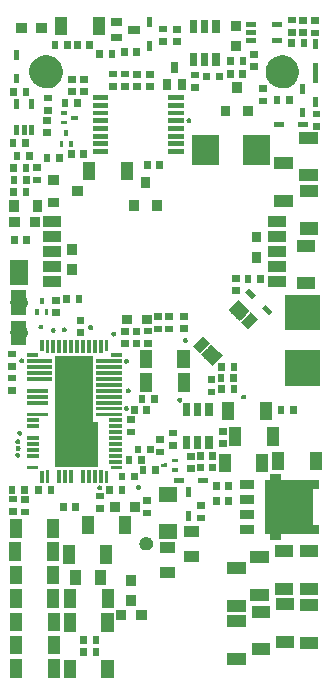
<source format=gbs>
G04 #@! TF.FileFunction,Soldermask,Bot*
%FSLAX46Y46*%
G04 Gerber Fmt 4.6, Leading zero omitted, Abs format (unit mm)*
G04 Created by KiCad (PCBNEW 4.0.2-stable) date 1/2/2018 2:21:40 AM*
%MOMM*%
G01*
G04 APERTURE LIST*
%ADD10C,0.050000*%
G04 APERTURE END LIST*
D10*
G36*
X43858802Y-110074015D02*
X42838802Y-110074015D01*
X42838802Y-108504015D01*
X43858802Y-108504015D01*
X43858802Y-110074015D01*
X43858802Y-110074015D01*
G37*
G36*
X40658802Y-110074015D02*
X39638802Y-110074015D01*
X39638802Y-108504015D01*
X40658802Y-108504015D01*
X40658802Y-110074015D01*
X40658802Y-110074015D01*
G37*
G36*
X39352102Y-110048615D02*
X38332102Y-110048615D01*
X38332102Y-108478615D01*
X39352102Y-108478615D01*
X39352102Y-110048615D01*
X39352102Y-110048615D01*
G37*
G36*
X36152102Y-110048615D02*
X35132102Y-110048615D01*
X35132102Y-108478615D01*
X36152102Y-108478615D01*
X36152102Y-110048615D01*
X36152102Y-110048615D01*
G37*
G36*
X55075582Y-108957335D02*
X53505582Y-108957335D01*
X53505582Y-107937335D01*
X55075582Y-107937335D01*
X55075582Y-108957335D01*
X55075582Y-108957335D01*
G37*
G36*
X41621902Y-108201615D02*
X41051902Y-108201615D01*
X41051902Y-107531615D01*
X41621902Y-107531615D01*
X41621902Y-108201615D01*
X41621902Y-108201615D01*
G37*
G36*
X42661902Y-108201615D02*
X42091902Y-108201615D01*
X42091902Y-107531615D01*
X42661902Y-107531615D01*
X42661902Y-108201615D01*
X42661902Y-108201615D01*
G37*
G36*
X57127902Y-108155435D02*
X55557902Y-108155435D01*
X55557902Y-107135435D01*
X57127902Y-107135435D01*
X57127902Y-108155435D01*
X57127902Y-108155435D01*
G37*
G36*
X36124902Y-108042015D02*
X35104902Y-108042015D01*
X35104902Y-106472015D01*
X36124902Y-106472015D01*
X36124902Y-108042015D01*
X36124902Y-108042015D01*
G37*
G36*
X39324902Y-108042015D02*
X38304902Y-108042015D01*
X38304902Y-106472015D01*
X39324902Y-106472015D01*
X39324902Y-108042015D01*
X39324902Y-108042015D01*
G37*
G36*
X61186822Y-107589015D02*
X59616822Y-107589015D01*
X59616822Y-106569015D01*
X61186822Y-106569015D01*
X61186822Y-107589015D01*
X61186822Y-107589015D01*
G37*
G36*
X59147202Y-107515355D02*
X57577202Y-107515355D01*
X57577202Y-106495355D01*
X59147202Y-106495355D01*
X59147202Y-107515355D01*
X59147202Y-107515355D01*
G37*
G36*
X41621902Y-107160215D02*
X41051902Y-107160215D01*
X41051902Y-106490215D01*
X41621902Y-106490215D01*
X41621902Y-107160215D01*
X41621902Y-107160215D01*
G37*
G36*
X42661902Y-107160215D02*
X42091902Y-107160215D01*
X42091902Y-106490215D01*
X42661902Y-106490215D01*
X42661902Y-107160215D01*
X42661902Y-107160215D01*
G37*
G36*
X40660602Y-106149715D02*
X39640602Y-106149715D01*
X39640602Y-104579715D01*
X40660602Y-104579715D01*
X40660602Y-106149715D01*
X40660602Y-106149715D01*
G37*
G36*
X43860602Y-106149715D02*
X42840602Y-106149715D01*
X42840602Y-104579715D01*
X43860602Y-104579715D01*
X43860602Y-106149715D01*
X43860602Y-106149715D01*
G37*
G36*
X36124902Y-106086215D02*
X35104902Y-106086215D01*
X35104902Y-104516215D01*
X36124902Y-104516215D01*
X36124902Y-106086215D01*
X36124902Y-106086215D01*
G37*
G36*
X39324902Y-106086215D02*
X38304902Y-106086215D01*
X38304902Y-104516215D01*
X39324902Y-104516215D01*
X39324902Y-106086215D01*
X39324902Y-106086215D01*
G37*
G36*
X55075582Y-105757335D02*
X53505582Y-105757335D01*
X53505582Y-104737335D01*
X55075582Y-104737335D01*
X55075582Y-105757335D01*
X55075582Y-105757335D01*
G37*
G36*
X44954902Y-105137175D02*
X44059902Y-105137175D01*
X44059902Y-104317175D01*
X44954902Y-104317175D01*
X44954902Y-105137175D01*
X44954902Y-105137175D01*
G37*
G36*
X46654902Y-105137175D02*
X45759902Y-105137175D01*
X45759902Y-104317175D01*
X46654902Y-104317175D01*
X46654902Y-105137175D01*
X46654902Y-105137175D01*
G37*
G36*
X57127902Y-104955435D02*
X55557902Y-104955435D01*
X55557902Y-103935435D01*
X57127902Y-103935435D01*
X57127902Y-104955435D01*
X57127902Y-104955435D01*
G37*
G36*
X55034942Y-104449575D02*
X53464942Y-104449575D01*
X53464942Y-103429575D01*
X55034942Y-103429575D01*
X55034942Y-104449575D01*
X55034942Y-104449575D01*
G37*
G36*
X61186822Y-104389015D02*
X59616822Y-104389015D01*
X59616822Y-103369015D01*
X61186822Y-103369015D01*
X61186822Y-104389015D01*
X61186822Y-104389015D01*
G37*
G36*
X59147202Y-104315355D02*
X57577202Y-104315355D01*
X57577202Y-103295355D01*
X59147202Y-103295355D01*
X59147202Y-104315355D01*
X59147202Y-104315355D01*
G37*
G36*
X43900502Y-104130415D02*
X42880502Y-104130415D01*
X42880502Y-102560415D01*
X43900502Y-102560415D01*
X43900502Y-104130415D01*
X43900502Y-104130415D01*
G37*
G36*
X40700502Y-104130415D02*
X39680502Y-104130415D01*
X39680502Y-102560415D01*
X40700502Y-102560415D01*
X40700502Y-104130415D01*
X40700502Y-104130415D01*
G37*
G36*
X39277702Y-104105015D02*
X38257702Y-104105015D01*
X38257702Y-102535015D01*
X39277702Y-102535015D01*
X39277702Y-104105015D01*
X39277702Y-104105015D01*
G37*
G36*
X36077702Y-104105015D02*
X35057702Y-104105015D01*
X35057702Y-102535015D01*
X36077702Y-102535015D01*
X36077702Y-104105015D01*
X36077702Y-104105015D01*
G37*
G36*
X45764862Y-103968115D02*
X44944862Y-103968115D01*
X44944862Y-103073115D01*
X45764862Y-103073115D01*
X45764862Y-103968115D01*
X45764862Y-103968115D01*
G37*
G36*
X57011062Y-103547875D02*
X55441062Y-103547875D01*
X55441062Y-102527875D01*
X57011062Y-102527875D01*
X57011062Y-103547875D01*
X57011062Y-103547875D01*
G37*
G36*
X59065922Y-103009395D02*
X57495922Y-103009395D01*
X57495922Y-101989395D01*
X59065922Y-101989395D01*
X59065922Y-103009395D01*
X59065922Y-103009395D01*
G37*
G36*
X61186822Y-103003575D02*
X59616822Y-103003575D01*
X59616822Y-101983575D01*
X61186822Y-101983575D01*
X61186822Y-103003575D01*
X61186822Y-103003575D01*
G37*
G36*
X45764862Y-102268115D02*
X44944862Y-102268115D01*
X44944862Y-101373115D01*
X45764862Y-101373115D01*
X45764862Y-102268115D01*
X45764862Y-102268115D01*
G37*
G36*
X41097102Y-102202415D02*
X40177102Y-102202415D01*
X40177102Y-100932415D01*
X41097102Y-100932415D01*
X41097102Y-102202415D01*
X41097102Y-102202415D01*
G37*
G36*
X43197102Y-102202415D02*
X42277102Y-102202415D01*
X42277102Y-100932415D01*
X43197102Y-100932415D01*
X43197102Y-102202415D01*
X43197102Y-102202415D01*
G37*
G36*
X39275902Y-102123815D02*
X38255902Y-102123815D01*
X38255902Y-100553815D01*
X39275902Y-100553815D01*
X39275902Y-102123815D01*
X39275902Y-102123815D01*
G37*
G36*
X36075902Y-102123815D02*
X35055902Y-102123815D01*
X35055902Y-100553815D01*
X36075902Y-100553815D01*
X36075902Y-102123815D01*
X36075902Y-102123815D01*
G37*
G36*
X49101362Y-101571015D02*
X47831362Y-101571015D01*
X47831362Y-100651015D01*
X49101362Y-100651015D01*
X49101362Y-101571015D01*
X49101362Y-101571015D01*
G37*
G36*
X55034942Y-101249575D02*
X53464942Y-101249575D01*
X53464942Y-100229575D01*
X55034942Y-100229575D01*
X55034942Y-101249575D01*
X55034942Y-101249575D01*
G37*
G36*
X40571702Y-100396615D02*
X39551702Y-100396615D01*
X39551702Y-98826615D01*
X40571702Y-98826615D01*
X40571702Y-100396615D01*
X40571702Y-100396615D01*
G37*
G36*
X43771702Y-100396615D02*
X42751702Y-100396615D01*
X42751702Y-98826615D01*
X43771702Y-98826615D01*
X43771702Y-100396615D01*
X43771702Y-100396615D01*
G37*
G36*
X57011062Y-100347875D02*
X55441062Y-100347875D01*
X55441062Y-99327875D01*
X57011062Y-99327875D01*
X57011062Y-100347875D01*
X57011062Y-100347875D01*
G37*
G36*
X51133362Y-100215015D02*
X49863362Y-100215015D01*
X49863362Y-99295015D01*
X51133362Y-99295015D01*
X51133362Y-100215015D01*
X51133362Y-100215015D01*
G37*
G36*
X39250502Y-100142615D02*
X38230502Y-100142615D01*
X38230502Y-98572615D01*
X39250502Y-98572615D01*
X39250502Y-100142615D01*
X39250502Y-100142615D01*
G37*
G36*
X36050502Y-100142615D02*
X35030502Y-100142615D01*
X35030502Y-98572615D01*
X36050502Y-98572615D01*
X36050502Y-100142615D01*
X36050502Y-100142615D01*
G37*
G36*
X59065922Y-99809395D02*
X57495922Y-99809395D01*
X57495922Y-98789395D01*
X59065922Y-98789395D01*
X59065922Y-99809395D01*
X59065922Y-99809395D01*
G37*
G36*
X61186822Y-99803575D02*
X59616822Y-99803575D01*
X59616822Y-98783575D01*
X61186822Y-98783575D01*
X61186822Y-99803575D01*
X61186822Y-99803575D01*
G37*
G36*
X49101362Y-99471015D02*
X47831362Y-99471015D01*
X47831362Y-98551015D01*
X49101362Y-98551015D01*
X49101362Y-99471015D01*
X49101362Y-99471015D01*
G37*
G36*
X46685257Y-98107355D02*
X46795715Y-98130028D01*
X46899672Y-98173728D01*
X46993156Y-98236784D01*
X47072611Y-98316796D01*
X47135016Y-98410722D01*
X47177987Y-98514978D01*
X47199801Y-98625142D01*
X47199801Y-98625162D01*
X47199886Y-98625593D01*
X47198088Y-98754390D01*
X47197989Y-98754825D01*
X47197989Y-98754837D01*
X47173108Y-98864354D01*
X47127243Y-98967370D01*
X47062243Y-99059512D01*
X46980583Y-99137275D01*
X46885373Y-99197697D01*
X46780237Y-99238477D01*
X46669193Y-99258058D01*
X46556449Y-99255695D01*
X46446318Y-99231482D01*
X46342985Y-99186337D01*
X46250386Y-99121979D01*
X46172056Y-99040865D01*
X46110969Y-98946076D01*
X46069459Y-98841236D01*
X46049103Y-98730325D01*
X46050678Y-98617570D01*
X46074123Y-98507269D01*
X46118544Y-98403627D01*
X46182255Y-98310580D01*
X46262818Y-98231686D01*
X46357179Y-98169938D01*
X46461727Y-98127698D01*
X46572499Y-98106568D01*
X46685257Y-98107355D01*
X46685257Y-98107355D01*
G37*
G36*
X58043942Y-93223095D02*
X58046515Y-93241204D01*
X58054032Y-93257878D01*
X58065896Y-93271799D01*
X58081169Y-93281863D01*
X58098641Y-93287274D01*
X58108942Y-93288095D01*
X61275502Y-93288095D01*
X61275502Y-94058095D01*
X60791442Y-94058095D01*
X60773333Y-94060668D01*
X60756659Y-94068185D01*
X60742738Y-94080049D01*
X60732674Y-94095322D01*
X60727263Y-94112794D01*
X60726442Y-94123095D01*
X60726442Y-97033095D01*
X60729015Y-97051204D01*
X60736532Y-97067878D01*
X60748396Y-97081799D01*
X60763669Y-97091863D01*
X60781141Y-97097274D01*
X60791442Y-97098095D01*
X61275502Y-97098095D01*
X61275502Y-97868095D01*
X58108942Y-97868095D01*
X58090833Y-97870668D01*
X58074159Y-97878185D01*
X58060238Y-97890049D01*
X58050174Y-97905322D01*
X58044763Y-97922794D01*
X58043942Y-97933095D01*
X58043942Y-98363095D01*
X57118942Y-98363095D01*
X57118942Y-97933095D01*
X57116369Y-97914986D01*
X57108852Y-97898312D01*
X57096988Y-97884391D01*
X57081715Y-97874327D01*
X57064243Y-97868916D01*
X57053942Y-97868095D01*
X56671442Y-97868095D01*
X56671442Y-93288095D01*
X57053942Y-93288095D01*
X57072051Y-93285522D01*
X57088725Y-93278005D01*
X57102646Y-93266141D01*
X57112710Y-93250868D01*
X57118121Y-93233396D01*
X57118942Y-93223095D01*
X57118942Y-92793095D01*
X58043942Y-92793095D01*
X58043942Y-93223095D01*
X58043942Y-93223095D01*
G37*
G36*
X49201362Y-98291015D02*
X47731362Y-98291015D01*
X47731362Y-97021015D01*
X49201362Y-97021015D01*
X49201362Y-98291015D01*
X49201362Y-98291015D01*
G37*
G36*
X36074102Y-98186815D02*
X35054102Y-98186815D01*
X35054102Y-96616815D01*
X36074102Y-96616815D01*
X36074102Y-98186815D01*
X36074102Y-98186815D01*
G37*
G36*
X39274102Y-98186815D02*
X38254102Y-98186815D01*
X38254102Y-96616815D01*
X39274102Y-96616815D01*
X39274102Y-98186815D01*
X39274102Y-98186815D01*
G37*
G36*
X51133362Y-98115015D02*
X49863362Y-98115015D01*
X49863362Y-97195015D01*
X51133362Y-97195015D01*
X51133362Y-98115015D01*
X51133362Y-98115015D01*
G37*
G36*
X45373702Y-97882015D02*
X44353702Y-97882015D01*
X44353702Y-96312015D01*
X45373702Y-96312015D01*
X45373702Y-97882015D01*
X45373702Y-97882015D01*
G37*
G36*
X42173702Y-97882015D02*
X41153702Y-97882015D01*
X41153702Y-96312015D01*
X42173702Y-96312015D01*
X42173702Y-97882015D01*
X42173702Y-97882015D01*
G37*
G36*
X55748942Y-97878095D02*
X54528942Y-97878095D01*
X54528942Y-97088095D01*
X55748942Y-97088095D01*
X55748942Y-97878095D01*
X55748942Y-97878095D01*
G37*
G36*
X51613142Y-96809815D02*
X50943142Y-96809815D01*
X50943142Y-96239815D01*
X51613142Y-96239815D01*
X51613142Y-96809815D01*
X51613142Y-96809815D01*
G37*
G36*
X50454362Y-96729015D02*
X50034362Y-96729015D01*
X50034362Y-95909015D01*
X50454362Y-95909015D01*
X50454362Y-96729015D01*
X50454362Y-96729015D01*
G37*
G36*
X55748942Y-96608095D02*
X54528942Y-96608095D01*
X54528942Y-95818095D01*
X55748942Y-95818095D01*
X55748942Y-96608095D01*
X55748942Y-96608095D01*
G37*
G36*
X47015742Y-96383095D02*
X46345742Y-96383095D01*
X46345742Y-95813095D01*
X47015742Y-95813095D01*
X47015742Y-96383095D01*
X47015742Y-96383095D01*
G37*
G36*
X36662702Y-96301815D02*
X35992702Y-96301815D01*
X35992702Y-95731815D01*
X36662702Y-95731815D01*
X36662702Y-96301815D01*
X36662702Y-96301815D01*
G37*
G36*
X35646702Y-96233615D02*
X34976702Y-96233615D01*
X34976702Y-95663615D01*
X35646702Y-95663615D01*
X35646702Y-96233615D01*
X35646702Y-96233615D01*
G37*
G36*
X46134202Y-95983015D02*
X45239202Y-95983015D01*
X45239202Y-95163015D01*
X46134202Y-95163015D01*
X46134202Y-95983015D01*
X46134202Y-95983015D01*
G37*
G36*
X44434202Y-95983015D02*
X43539202Y-95983015D01*
X43539202Y-95163015D01*
X44434202Y-95163015D01*
X44434202Y-95983015D01*
X44434202Y-95983015D01*
G37*
G36*
X43055882Y-95982475D02*
X42385882Y-95982475D01*
X42385882Y-95412475D01*
X43055882Y-95412475D01*
X43055882Y-95982475D01*
X43055882Y-95982475D01*
G37*
G36*
X40934702Y-95908015D02*
X40364702Y-95908015D01*
X40364702Y-95238015D01*
X40934702Y-95238015D01*
X40934702Y-95908015D01*
X40934702Y-95908015D01*
G37*
G36*
X39894702Y-95908015D02*
X39324702Y-95908015D01*
X39324702Y-95238015D01*
X39894702Y-95238015D01*
X39894702Y-95908015D01*
X39894702Y-95908015D01*
G37*
G36*
X51613142Y-95769815D02*
X50943142Y-95769815D01*
X50943142Y-95199815D01*
X51613142Y-95199815D01*
X51613142Y-95769815D01*
X51613142Y-95769815D01*
G37*
G36*
X52864702Y-95400015D02*
X52294702Y-95400015D01*
X52294702Y-94730015D01*
X52864702Y-94730015D01*
X52864702Y-95400015D01*
X52864702Y-95400015D01*
G37*
G36*
X53904702Y-95400015D02*
X53334702Y-95400015D01*
X53334702Y-94730015D01*
X53904702Y-94730015D01*
X53904702Y-95400015D01*
X53904702Y-95400015D01*
G37*
G36*
X47015742Y-95343095D02*
X46345742Y-95343095D01*
X46345742Y-94773095D01*
X47015742Y-94773095D01*
X47015742Y-95343095D01*
X47015742Y-95343095D01*
G37*
G36*
X55748942Y-95338095D02*
X54528942Y-95338095D01*
X54528942Y-94548095D01*
X55748942Y-94548095D01*
X55748942Y-95338095D01*
X55748942Y-95338095D01*
G37*
G36*
X36662702Y-95261815D02*
X35992702Y-95261815D01*
X35992702Y-94691815D01*
X36662702Y-94691815D01*
X36662702Y-95261815D01*
X36662702Y-95261815D01*
G37*
G36*
X35646702Y-95193615D02*
X34976702Y-95193615D01*
X34976702Y-94623615D01*
X35646702Y-94623615D01*
X35646702Y-95193615D01*
X35646702Y-95193615D01*
G37*
G36*
X49201362Y-95141015D02*
X47731362Y-95141015D01*
X47731362Y-93871015D01*
X49201362Y-93871015D01*
X49201362Y-95141015D01*
X49201362Y-95141015D01*
G37*
G36*
X43055882Y-94942475D02*
X42385882Y-94942475D01*
X42385882Y-94372475D01*
X43055882Y-94372475D01*
X43055882Y-94942475D01*
X43055882Y-94942475D01*
G37*
G36*
X50454362Y-94729015D02*
X50034362Y-94729015D01*
X50034362Y-93909015D01*
X50454362Y-93909015D01*
X50454362Y-94729015D01*
X50454362Y-94729015D01*
G37*
G36*
X37805362Y-94490695D02*
X37235362Y-94490695D01*
X37235362Y-93820695D01*
X37805362Y-93820695D01*
X37805362Y-94490695D01*
X37805362Y-94490695D01*
G37*
G36*
X38845362Y-94490695D02*
X38275362Y-94490695D01*
X38275362Y-93820695D01*
X38845362Y-93820695D01*
X38845362Y-94490695D01*
X38845362Y-94490695D01*
G37*
G36*
X44867002Y-94465295D02*
X44297002Y-94465295D01*
X44297002Y-93795295D01*
X44867002Y-93795295D01*
X44867002Y-94465295D01*
X44867002Y-94465295D01*
G37*
G36*
X43827002Y-94465295D02*
X43257002Y-94465295D01*
X43257002Y-93795295D01*
X43827002Y-93795295D01*
X43827002Y-94465295D01*
X43827002Y-94465295D01*
G37*
G36*
X36591682Y-94442435D02*
X36021682Y-94442435D01*
X36021682Y-93772435D01*
X36591682Y-93772435D01*
X36591682Y-94442435D01*
X36591682Y-94442435D01*
G37*
G36*
X35551682Y-94442435D02*
X34981682Y-94442435D01*
X34981682Y-93772435D01*
X35551682Y-93772435D01*
X35551682Y-94442435D01*
X35551682Y-94442435D01*
G37*
G36*
X42712459Y-93740091D02*
X42752802Y-93748372D01*
X42790766Y-93764331D01*
X42824909Y-93787361D01*
X42853933Y-93816589D01*
X42876720Y-93850884D01*
X42892415Y-93888966D01*
X42900325Y-93928911D01*
X42900325Y-93928928D01*
X42900411Y-93929363D01*
X42899754Y-93976402D01*
X42899655Y-93976837D01*
X42899655Y-93976851D01*
X42890633Y-94016564D01*
X42873883Y-94054184D01*
X42850142Y-94087839D01*
X42820317Y-94116241D01*
X42785545Y-94138308D01*
X42747146Y-94153202D01*
X42706596Y-94160353D01*
X42665417Y-94159490D01*
X42625195Y-94150646D01*
X42587451Y-94134156D01*
X42553636Y-94110655D01*
X42525028Y-94081029D01*
X42502717Y-94046409D01*
X42487558Y-94008121D01*
X42480123Y-93967615D01*
X42480698Y-93926434D01*
X42489262Y-93886147D01*
X42505485Y-93848294D01*
X42528750Y-93814316D01*
X42558179Y-93785498D01*
X42592637Y-93762949D01*
X42630820Y-93747522D01*
X42671280Y-93739804D01*
X42712459Y-93740091D01*
X42712459Y-93740091D01*
G37*
G36*
X52864702Y-94130015D02*
X52294702Y-94130015D01*
X52294702Y-93460015D01*
X52864702Y-93460015D01*
X52864702Y-94130015D01*
X52864702Y-94130015D01*
G37*
G36*
X53904702Y-94130015D02*
X53334702Y-94130015D01*
X53334702Y-93460015D01*
X53904702Y-93460015D01*
X53904702Y-94130015D01*
X53904702Y-94130015D01*
G37*
G36*
X46009379Y-93696911D02*
X46049722Y-93705192D01*
X46087686Y-93721151D01*
X46121829Y-93744181D01*
X46150853Y-93773409D01*
X46173640Y-93807704D01*
X46189335Y-93845786D01*
X46197245Y-93885731D01*
X46197245Y-93885748D01*
X46197331Y-93886183D01*
X46196674Y-93933222D01*
X46196575Y-93933657D01*
X46196575Y-93933671D01*
X46187553Y-93973384D01*
X46170803Y-94011004D01*
X46147062Y-94044659D01*
X46117237Y-94073061D01*
X46082465Y-94095128D01*
X46044066Y-94110022D01*
X46003516Y-94117173D01*
X45962337Y-94116310D01*
X45922115Y-94107466D01*
X45884371Y-94090976D01*
X45850556Y-94067475D01*
X45821948Y-94037849D01*
X45799637Y-94003229D01*
X45784478Y-93964941D01*
X45777043Y-93924435D01*
X45777618Y-93883254D01*
X45786182Y-93842967D01*
X45802405Y-93805114D01*
X45825670Y-93771136D01*
X45855099Y-93742318D01*
X45889557Y-93719769D01*
X45927740Y-93704342D01*
X45968200Y-93696624D01*
X46009379Y-93696911D01*
X46009379Y-93696911D01*
G37*
G36*
X55748942Y-94068095D02*
X54528942Y-94068095D01*
X54528942Y-93278095D01*
X55748942Y-93278095D01*
X55748942Y-94068095D01*
X55748942Y-94068095D01*
G37*
G36*
X51839023Y-93517335D02*
X51019023Y-93517335D01*
X51019023Y-93097335D01*
X51839023Y-93097335D01*
X51839023Y-93517335D01*
X51839023Y-93517335D01*
G37*
G36*
X49839023Y-93517335D02*
X49019023Y-93517335D01*
X49019023Y-93097335D01*
X49839023Y-93097335D01*
X49839023Y-93517335D01*
X49839023Y-93517335D01*
G37*
G36*
X43432506Y-93511315D02*
X43107706Y-93511315D01*
X43107706Y-92576915D01*
X43432506Y-92576915D01*
X43432506Y-93511315D01*
X43432506Y-93511315D01*
G37*
G36*
X37932898Y-93511315D02*
X37608098Y-93511315D01*
X37608098Y-92576915D01*
X37932898Y-92576915D01*
X37932898Y-93511315D01*
X37932898Y-93511315D01*
G37*
G36*
X42932634Y-93509715D02*
X42607834Y-93509715D01*
X42607834Y-92476915D01*
X42932634Y-92476915D01*
X42932634Y-93509715D01*
X42932634Y-93509715D01*
G37*
G36*
X38432770Y-93509715D02*
X38107970Y-93509715D01*
X38107970Y-92476915D01*
X38432770Y-92476915D01*
X38432770Y-93509715D01*
X38432770Y-93509715D01*
G37*
G36*
X39432768Y-93509715D02*
X39107968Y-93509715D01*
X39107968Y-92476915D01*
X39432768Y-92476915D01*
X39432768Y-93509715D01*
X39432768Y-93509715D01*
G37*
G36*
X39932894Y-93509715D02*
X39608094Y-93509715D01*
X39608094Y-92476915D01*
X39932894Y-92476915D01*
X39932894Y-93509715D01*
X39932894Y-93509715D01*
G37*
G36*
X40432766Y-93509715D02*
X40107966Y-93509715D01*
X40107966Y-92476915D01*
X40432766Y-92476915D01*
X40432766Y-93509715D01*
X40432766Y-93509715D01*
G37*
G36*
X41432510Y-93509715D02*
X41107710Y-93509715D01*
X41107710Y-92476915D01*
X41432510Y-92476915D01*
X41432510Y-93509715D01*
X41432510Y-93509715D01*
G37*
G36*
X42432508Y-93509715D02*
X42107708Y-93509715D01*
X42107708Y-92476915D01*
X42432508Y-92476915D01*
X42432508Y-93509715D01*
X42432508Y-93509715D01*
G37*
G36*
X41932636Y-93509715D02*
X41607836Y-93509715D01*
X41607836Y-92476915D01*
X41932636Y-92476915D01*
X41932636Y-93509715D01*
X41932636Y-93509715D01*
G37*
G36*
X45902942Y-93334995D02*
X45332942Y-93334995D01*
X45332942Y-92664995D01*
X45902942Y-92664995D01*
X45902942Y-93334995D01*
X45902942Y-93334995D01*
G37*
G36*
X44862942Y-93334995D02*
X44292942Y-93334995D01*
X44292942Y-92664995D01*
X44862942Y-92664995D01*
X44862942Y-93334995D01*
X44862942Y-93334995D01*
G37*
G36*
X47683862Y-92806675D02*
X47113862Y-92806675D01*
X47113862Y-92136675D01*
X47683862Y-92136675D01*
X47683862Y-92806675D01*
X47683862Y-92806675D01*
G37*
G36*
X46643862Y-92806675D02*
X46073862Y-92806675D01*
X46073862Y-92136675D01*
X46643862Y-92136675D01*
X46643862Y-92806675D01*
X46643862Y-92806675D01*
G37*
G36*
X53772822Y-92649615D02*
X52752822Y-92649615D01*
X52752822Y-91079615D01*
X53772822Y-91079615D01*
X53772822Y-92649615D01*
X53772822Y-92649615D01*
G37*
G36*
X56972822Y-92649615D02*
X55952822Y-92649615D01*
X55952822Y-91079615D01*
X56972822Y-91079615D01*
X56972822Y-92649615D01*
X56972822Y-92649615D01*
G37*
G36*
X49313652Y-92602607D02*
X48793702Y-92609868D01*
X48789234Y-92289899D01*
X49309184Y-92282638D01*
X49313652Y-92602607D01*
X49313652Y-92602607D01*
G37*
G36*
X50724142Y-92603575D02*
X50054142Y-92603575D01*
X50054142Y-92033575D01*
X50724142Y-92033575D01*
X50724142Y-92603575D01*
X50724142Y-92603575D01*
G37*
G36*
X52535962Y-92575535D02*
X51965962Y-92575535D01*
X51965962Y-91905535D01*
X52535962Y-91905535D01*
X52535962Y-92575535D01*
X52535962Y-92575535D01*
G37*
G36*
X51495962Y-92575535D02*
X50925962Y-92575535D01*
X50925962Y-91905535D01*
X51495962Y-91905535D01*
X51495962Y-92575535D01*
X51495962Y-92575535D01*
G37*
G36*
X61492542Y-92471815D02*
X60472542Y-92471815D01*
X60472542Y-90901815D01*
X61492542Y-90901815D01*
X61492542Y-92471815D01*
X61492542Y-92471815D01*
G37*
G36*
X58292542Y-92471815D02*
X57272542Y-92471815D01*
X57272542Y-90901815D01*
X58292542Y-90901815D01*
X58292542Y-92471815D01*
X58292542Y-92471815D01*
G37*
G36*
X44541902Y-92408015D02*
X43607502Y-92408015D01*
X43607502Y-92083215D01*
X44541902Y-92083215D01*
X44541902Y-92408015D01*
X44541902Y-92408015D01*
G37*
G36*
X37433102Y-92408015D02*
X36498702Y-92408015D01*
X36498702Y-92083215D01*
X37433102Y-92083215D01*
X37433102Y-92408015D01*
X37433102Y-92408015D01*
G37*
G36*
X48408155Y-92215212D02*
X47888205Y-92222473D01*
X47883737Y-91902504D01*
X48403687Y-91895243D01*
X48408155Y-92215212D01*
X48408155Y-92215212D01*
G37*
G36*
X42105302Y-88280815D02*
X42107875Y-88298924D01*
X42115392Y-88315598D01*
X42127256Y-88329519D01*
X42142529Y-88339583D01*
X42160001Y-88344994D01*
X42170302Y-88345815D01*
X42555302Y-88345815D01*
X42555302Y-92195815D01*
X38935302Y-92195815D01*
X38935302Y-82795815D01*
X42105302Y-82795815D01*
X42105302Y-88280815D01*
X42105302Y-88280815D01*
G37*
G36*
X46490062Y-91930375D02*
X45920062Y-91930375D01*
X45920062Y-91260375D01*
X46490062Y-91260375D01*
X46490062Y-91930375D01*
X46490062Y-91930375D01*
G37*
G36*
X45450062Y-91930375D02*
X44880062Y-91930375D01*
X44880062Y-91260375D01*
X45450062Y-91260375D01*
X45450062Y-91930375D01*
X45450062Y-91930375D01*
G37*
G36*
X44540302Y-91908143D02*
X43507502Y-91908143D01*
X43507502Y-91583343D01*
X44540302Y-91583343D01*
X44540302Y-91908143D01*
X44540302Y-91908143D01*
G37*
G36*
X49302482Y-91802685D02*
X48782532Y-91809946D01*
X48778064Y-91489977D01*
X49298014Y-91482716D01*
X49302482Y-91802685D01*
X49302482Y-91802685D01*
G37*
G36*
X51502502Y-91620495D02*
X50932502Y-91620495D01*
X50932502Y-90950495D01*
X51502502Y-90950495D01*
X51502502Y-91620495D01*
X51502502Y-91620495D01*
G37*
G36*
X52542502Y-91620495D02*
X51972502Y-91620495D01*
X51972502Y-90950495D01*
X52542502Y-90950495D01*
X52542502Y-91620495D01*
X52542502Y-91620495D01*
G37*
G36*
X50724142Y-91563575D02*
X50054142Y-91563575D01*
X50054142Y-90993575D01*
X50724142Y-90993575D01*
X50724142Y-91563575D01*
X50724142Y-91563575D01*
G37*
G36*
X35773179Y-90991811D02*
X35813522Y-91000092D01*
X35851486Y-91016051D01*
X35885629Y-91039081D01*
X35914653Y-91068309D01*
X35937440Y-91102604D01*
X35953135Y-91140686D01*
X35961045Y-91180631D01*
X35961045Y-91180648D01*
X35961131Y-91181083D01*
X35960474Y-91228122D01*
X35960375Y-91228557D01*
X35960375Y-91228571D01*
X35951353Y-91268284D01*
X35934603Y-91305904D01*
X35910862Y-91339559D01*
X35881037Y-91367961D01*
X35846265Y-91390028D01*
X35807866Y-91404922D01*
X35767316Y-91412073D01*
X35726137Y-91411210D01*
X35685915Y-91402366D01*
X35648171Y-91385876D01*
X35614356Y-91362375D01*
X35585748Y-91332749D01*
X35563437Y-91298129D01*
X35548278Y-91259841D01*
X35540843Y-91219335D01*
X35541418Y-91178154D01*
X35549982Y-91137867D01*
X35566205Y-91100014D01*
X35589470Y-91066036D01*
X35618899Y-91037218D01*
X35653357Y-91014669D01*
X35691540Y-90999242D01*
X35732000Y-90991524D01*
X35773179Y-90991811D01*
X35773179Y-90991811D01*
G37*
G36*
X44540302Y-91408017D02*
X43507502Y-91408017D01*
X43507502Y-91083217D01*
X44540302Y-91083217D01*
X44540302Y-91408017D01*
X44540302Y-91408017D01*
G37*
G36*
X37533102Y-91408017D02*
X36500302Y-91408017D01*
X36500302Y-91083217D01*
X37533102Y-91083217D01*
X37533102Y-91408017D01*
X37533102Y-91408017D01*
G37*
G36*
X48138424Y-91208735D02*
X47468424Y-91208735D01*
X47468424Y-90638735D01*
X48138424Y-90638735D01*
X48138424Y-91208735D01*
X48138424Y-91208735D01*
G37*
G36*
X46217142Y-91051535D02*
X45647142Y-91051535D01*
X45647142Y-90381535D01*
X46217142Y-90381535D01*
X46217142Y-91051535D01*
X46217142Y-91051535D01*
G37*
G36*
X47257142Y-91051535D02*
X46687142Y-91051535D01*
X46687142Y-90381535D01*
X47257142Y-90381535D01*
X47257142Y-91051535D01*
X47257142Y-91051535D01*
G37*
G36*
X44540302Y-90908145D02*
X43507502Y-90908145D01*
X43507502Y-90583345D01*
X44540302Y-90583345D01*
X44540302Y-90908145D01*
X44540302Y-90908145D01*
G37*
G36*
X37533102Y-90908145D02*
X36500302Y-90908145D01*
X36500302Y-90583345D01*
X37533102Y-90583345D01*
X37533102Y-90908145D01*
X37533102Y-90908145D01*
G37*
G36*
X35798579Y-90410151D02*
X35838922Y-90418432D01*
X35876886Y-90434391D01*
X35911029Y-90457421D01*
X35940053Y-90486649D01*
X35962840Y-90520944D01*
X35978535Y-90559026D01*
X35986445Y-90598971D01*
X35986445Y-90598988D01*
X35986531Y-90599423D01*
X35985874Y-90646462D01*
X35985775Y-90646897D01*
X35985775Y-90646911D01*
X35976753Y-90686624D01*
X35960003Y-90724244D01*
X35936262Y-90757899D01*
X35906437Y-90786301D01*
X35871665Y-90808368D01*
X35833266Y-90823262D01*
X35792716Y-90830413D01*
X35751537Y-90829550D01*
X35711315Y-90820706D01*
X35673571Y-90804216D01*
X35639756Y-90780715D01*
X35611148Y-90751089D01*
X35588837Y-90716469D01*
X35573678Y-90678181D01*
X35566243Y-90637675D01*
X35566818Y-90596494D01*
X35575382Y-90556207D01*
X35591605Y-90518354D01*
X35614870Y-90484376D01*
X35644299Y-90455558D01*
X35678757Y-90433009D01*
X35716940Y-90417582D01*
X35757400Y-90409864D01*
X35798579Y-90410151D01*
X35798579Y-90410151D01*
G37*
G36*
X51293542Y-90698335D02*
X50673542Y-90698335D01*
X50673542Y-89578335D01*
X51293542Y-89578335D01*
X51293542Y-90698335D01*
X51293542Y-90698335D01*
G37*
G36*
X52243542Y-90698335D02*
X51623542Y-90698335D01*
X51623542Y-89578335D01*
X52243542Y-89578335D01*
X52243542Y-90698335D01*
X52243542Y-90698335D01*
G37*
G36*
X50343542Y-90698335D02*
X49723542Y-90698335D01*
X49723542Y-89578335D01*
X50343542Y-89578335D01*
X50343542Y-90698335D01*
X50343542Y-90698335D01*
G37*
G36*
X49200142Y-90637615D02*
X48530142Y-90637615D01*
X48530142Y-90067615D01*
X49200142Y-90067615D01*
X49200142Y-90637615D01*
X49200142Y-90637615D01*
G37*
G36*
X53452102Y-90505535D02*
X52782102Y-90505535D01*
X52782102Y-89935535D01*
X53452102Y-89935535D01*
X53452102Y-90505535D01*
X53452102Y-90505535D01*
G37*
G36*
X54660342Y-90414415D02*
X53640342Y-90414415D01*
X53640342Y-88844415D01*
X54660342Y-88844415D01*
X54660342Y-90414415D01*
X54660342Y-90414415D01*
G37*
G36*
X57860342Y-90414415D02*
X56840342Y-90414415D01*
X56840342Y-88844415D01*
X57860342Y-88844415D01*
X57860342Y-90414415D01*
X57860342Y-90414415D01*
G37*
G36*
X37533102Y-90408019D02*
X36500302Y-90408019D01*
X36500302Y-90083219D01*
X37533102Y-90083219D01*
X37533102Y-90408019D01*
X37533102Y-90408019D01*
G37*
G36*
X44540302Y-90408019D02*
X43507502Y-90408019D01*
X43507502Y-90083219D01*
X44540302Y-90083219D01*
X44540302Y-90408019D01*
X44540302Y-90408019D01*
G37*
G36*
X35780799Y-89858971D02*
X35821142Y-89867252D01*
X35859106Y-89883211D01*
X35893249Y-89906241D01*
X35922273Y-89935469D01*
X35945060Y-89969764D01*
X35960755Y-90007846D01*
X35968665Y-90047791D01*
X35968665Y-90047808D01*
X35968751Y-90048243D01*
X35968094Y-90095282D01*
X35967995Y-90095717D01*
X35967995Y-90095731D01*
X35958973Y-90135444D01*
X35942223Y-90173064D01*
X35918482Y-90206719D01*
X35888657Y-90235121D01*
X35853885Y-90257188D01*
X35815486Y-90272082D01*
X35774936Y-90279233D01*
X35733757Y-90278370D01*
X35693535Y-90269526D01*
X35655791Y-90253036D01*
X35621976Y-90229535D01*
X35593368Y-90199909D01*
X35571057Y-90165289D01*
X35555898Y-90127001D01*
X35548463Y-90086495D01*
X35549038Y-90045314D01*
X35557602Y-90005027D01*
X35573825Y-89967174D01*
X35597090Y-89933196D01*
X35626519Y-89904378D01*
X35660977Y-89881829D01*
X35699160Y-89866402D01*
X35739620Y-89858684D01*
X35780799Y-89858971D01*
X35780799Y-89858971D01*
G37*
G36*
X48138424Y-90168735D02*
X47468424Y-90168735D01*
X47468424Y-89598735D01*
X48138424Y-89598735D01*
X48138424Y-90168735D01*
X48138424Y-90168735D01*
G37*
G36*
X44540302Y-89908147D02*
X43507502Y-89908147D01*
X43507502Y-89583347D01*
X44540302Y-89583347D01*
X44540302Y-89908147D01*
X44540302Y-89908147D01*
G37*
G36*
X37533102Y-89908147D02*
X36500302Y-89908147D01*
X36500302Y-89583347D01*
X37533102Y-89583347D01*
X37533102Y-89908147D01*
X37533102Y-89908147D01*
G37*
G36*
X49200142Y-89597615D02*
X48530142Y-89597615D01*
X48530142Y-89027615D01*
X49200142Y-89027615D01*
X49200142Y-89597615D01*
X49200142Y-89597615D01*
G37*
G36*
X35945899Y-89117291D02*
X35986242Y-89125572D01*
X36024206Y-89141531D01*
X36058349Y-89164561D01*
X36087373Y-89193789D01*
X36110160Y-89228084D01*
X36125855Y-89266166D01*
X36133765Y-89306111D01*
X36133765Y-89306128D01*
X36133851Y-89306563D01*
X36133194Y-89353602D01*
X36133095Y-89354037D01*
X36133095Y-89354051D01*
X36124073Y-89393764D01*
X36107323Y-89431384D01*
X36083582Y-89465039D01*
X36053757Y-89493441D01*
X36018985Y-89515508D01*
X35980586Y-89530402D01*
X35940036Y-89537553D01*
X35898857Y-89536690D01*
X35858635Y-89527846D01*
X35820891Y-89511356D01*
X35787076Y-89487855D01*
X35758468Y-89458229D01*
X35736157Y-89423609D01*
X35720998Y-89385321D01*
X35713563Y-89344815D01*
X35714138Y-89303634D01*
X35722702Y-89263347D01*
X35738925Y-89225494D01*
X35762190Y-89191516D01*
X35791619Y-89162698D01*
X35826077Y-89140149D01*
X35864260Y-89124722D01*
X35904720Y-89117004D01*
X35945899Y-89117291D01*
X35945899Y-89117291D01*
G37*
G36*
X45659382Y-89514555D02*
X44989382Y-89514555D01*
X44989382Y-88944555D01*
X45659382Y-88944555D01*
X45659382Y-89514555D01*
X45659382Y-89514555D01*
G37*
G36*
X53452102Y-89465535D02*
X52782102Y-89465535D01*
X52782102Y-88895535D01*
X53452102Y-88895535D01*
X53452102Y-89465535D01*
X53452102Y-89465535D01*
G37*
G36*
X44540302Y-89408021D02*
X43507502Y-89408021D01*
X43507502Y-89083221D01*
X44540302Y-89083221D01*
X44540302Y-89408021D01*
X44540302Y-89408021D01*
G37*
G36*
X44540302Y-88908149D02*
X43507502Y-88908149D01*
X43507502Y-88583349D01*
X44540302Y-88583349D01*
X44540302Y-88908149D01*
X44540302Y-88908149D01*
G37*
G36*
X37533102Y-88908149D02*
X36500302Y-88908149D01*
X36500302Y-88583349D01*
X37533102Y-88583349D01*
X37533102Y-88908149D01*
X37533102Y-88908149D01*
G37*
G36*
X45659382Y-88474555D02*
X44989382Y-88474555D01*
X44989382Y-87904555D01*
X45659382Y-87904555D01*
X45659382Y-88474555D01*
X45659382Y-88474555D01*
G37*
G36*
X37533102Y-88408023D02*
X36500302Y-88408023D01*
X36500302Y-88083223D01*
X37533102Y-88083223D01*
X37533102Y-88408023D01*
X37533102Y-88408023D01*
G37*
G36*
X44540302Y-88408023D02*
X43507502Y-88408023D01*
X43507502Y-88083223D01*
X44540302Y-88083223D01*
X44540302Y-88408023D01*
X44540302Y-88408023D01*
G37*
G36*
X54097942Y-88230015D02*
X53077942Y-88230015D01*
X53077942Y-86660015D01*
X54097942Y-86660015D01*
X54097942Y-88230015D01*
X54097942Y-88230015D01*
G37*
G36*
X57297942Y-88230015D02*
X56277942Y-88230015D01*
X56277942Y-86660015D01*
X57297942Y-86660015D01*
X57297942Y-88230015D01*
X57297942Y-88230015D01*
G37*
G36*
X38320502Y-87908151D02*
X36500302Y-87908151D01*
X36500302Y-87583351D01*
X38320502Y-87583351D01*
X38320502Y-87908151D01*
X38320502Y-87908151D01*
G37*
G36*
X44540302Y-87908151D02*
X42415302Y-87908151D01*
X42415302Y-87583351D01*
X44540302Y-87583351D01*
X44540302Y-87908151D01*
X44540302Y-87908151D01*
G37*
G36*
X52243542Y-87898335D02*
X51623542Y-87898335D01*
X51623542Y-86778335D01*
X52243542Y-86778335D01*
X52243542Y-87898335D01*
X52243542Y-87898335D01*
G37*
G36*
X51293542Y-87898335D02*
X50673542Y-87898335D01*
X50673542Y-86778335D01*
X51293542Y-86778335D01*
X51293542Y-87898335D01*
X51293542Y-87898335D01*
G37*
G36*
X50343542Y-87898335D02*
X49723542Y-87898335D01*
X49723542Y-86778335D01*
X50343542Y-86778335D01*
X50343542Y-87898335D01*
X50343542Y-87898335D01*
G37*
G36*
X58332942Y-87729215D02*
X57762942Y-87729215D01*
X57762942Y-87059215D01*
X58332942Y-87059215D01*
X58332942Y-87729215D01*
X58332942Y-87729215D01*
G37*
G36*
X59372942Y-87729215D02*
X58802942Y-87729215D01*
X58802942Y-87059215D01*
X59372942Y-87059215D01*
X59372942Y-87729215D01*
X59372942Y-87729215D01*
G37*
G36*
X46932402Y-87683495D02*
X46362402Y-87683495D01*
X46362402Y-87013495D01*
X46932402Y-87013495D01*
X46932402Y-87683495D01*
X46932402Y-87683495D01*
G37*
G36*
X45892402Y-87683495D02*
X45322402Y-87683495D01*
X45322402Y-87013495D01*
X45892402Y-87013495D01*
X45892402Y-87683495D01*
X45892402Y-87683495D01*
G37*
G36*
X44957819Y-87019251D02*
X44998162Y-87027532D01*
X45036126Y-87043491D01*
X45070269Y-87066521D01*
X45099293Y-87095749D01*
X45122080Y-87130044D01*
X45137775Y-87168126D01*
X45145685Y-87208071D01*
X45145685Y-87208088D01*
X45145771Y-87208523D01*
X45145114Y-87255562D01*
X45145015Y-87255997D01*
X45145015Y-87256011D01*
X45135993Y-87295724D01*
X45119243Y-87333344D01*
X45095502Y-87366999D01*
X45065677Y-87395401D01*
X45030905Y-87417468D01*
X44992506Y-87432362D01*
X44951956Y-87439513D01*
X44910777Y-87438650D01*
X44870555Y-87429806D01*
X44832811Y-87413316D01*
X44798996Y-87389815D01*
X44770388Y-87360189D01*
X44748077Y-87325569D01*
X44732918Y-87287281D01*
X44725483Y-87246775D01*
X44726058Y-87205594D01*
X44734622Y-87165307D01*
X44750845Y-87127454D01*
X44774110Y-87093476D01*
X44803539Y-87064658D01*
X44837997Y-87042109D01*
X44876180Y-87026682D01*
X44916640Y-87018964D01*
X44957819Y-87019251D01*
X44957819Y-87019251D01*
G37*
G36*
X44540302Y-87408279D02*
X42415302Y-87408279D01*
X42415302Y-87083479D01*
X44540302Y-87083479D01*
X44540302Y-87408279D01*
X44540302Y-87408279D01*
G37*
G36*
X44540302Y-86908407D02*
X42415302Y-86908407D01*
X42415302Y-86583607D01*
X44540302Y-86583607D01*
X44540302Y-86908407D01*
X44540302Y-86908407D01*
G37*
G36*
X38320502Y-86908407D02*
X36500302Y-86908407D01*
X36500302Y-86583607D01*
X38320502Y-86583607D01*
X38320502Y-86908407D01*
X38320502Y-86908407D01*
G37*
G36*
X47595662Y-86799575D02*
X47025662Y-86799575D01*
X47025662Y-86129575D01*
X47595662Y-86129575D01*
X47595662Y-86799575D01*
X47595662Y-86799575D01*
G37*
G36*
X46555662Y-86799575D02*
X45985662Y-86799575D01*
X45985662Y-86129575D01*
X46555662Y-86129575D01*
X46555662Y-86799575D01*
X46555662Y-86799575D01*
G37*
G36*
X49496799Y-86320751D02*
X49537142Y-86329032D01*
X49575106Y-86344991D01*
X49609249Y-86368021D01*
X49638273Y-86397249D01*
X49661060Y-86431544D01*
X49676755Y-86469626D01*
X49684665Y-86509571D01*
X49684665Y-86509588D01*
X49684751Y-86510023D01*
X49684094Y-86557062D01*
X49683995Y-86557497D01*
X49683995Y-86557511D01*
X49674973Y-86597224D01*
X49658223Y-86634844D01*
X49630808Y-86673707D01*
X49630898Y-86673771D01*
X49625673Y-86680385D01*
X49613716Y-86688275D01*
X49604660Y-86696899D01*
X49569885Y-86718968D01*
X49531486Y-86733862D01*
X49490936Y-86741013D01*
X49449757Y-86740150D01*
X49409535Y-86731306D01*
X49371791Y-86714816D01*
X49337976Y-86691315D01*
X49309368Y-86661689D01*
X49287057Y-86627069D01*
X49271898Y-86588781D01*
X49264463Y-86548275D01*
X49265038Y-86507094D01*
X49273602Y-86466807D01*
X49289825Y-86428954D01*
X49313090Y-86394976D01*
X49342519Y-86366158D01*
X49376977Y-86343609D01*
X49415160Y-86328182D01*
X49455620Y-86320464D01*
X49496799Y-86320751D01*
X49496799Y-86320751D01*
G37*
G36*
X54904459Y-86059131D02*
X54944802Y-86067412D01*
X54982766Y-86083371D01*
X55016909Y-86106401D01*
X55045933Y-86135629D01*
X55068720Y-86169924D01*
X55084415Y-86208006D01*
X55092325Y-86247951D01*
X55092325Y-86247968D01*
X55092411Y-86248403D01*
X55091754Y-86295442D01*
X55091655Y-86295877D01*
X55091655Y-86295891D01*
X55082633Y-86335604D01*
X55065883Y-86373224D01*
X55042142Y-86406879D01*
X55012317Y-86435281D01*
X54977545Y-86457348D01*
X54939146Y-86472242D01*
X54898596Y-86479393D01*
X54857417Y-86478530D01*
X54817195Y-86469686D01*
X54779451Y-86453196D01*
X54745636Y-86429695D01*
X54717028Y-86400069D01*
X54694717Y-86365449D01*
X54679558Y-86327161D01*
X54672123Y-86286655D01*
X54672698Y-86245474D01*
X54681262Y-86205187D01*
X54697485Y-86167334D01*
X54720750Y-86133356D01*
X54750179Y-86104538D01*
X54784637Y-86081989D01*
X54822820Y-86066562D01*
X54863280Y-86058844D01*
X54904459Y-86059131D01*
X54904459Y-86059131D01*
G37*
G36*
X44540302Y-86408281D02*
X42415302Y-86408281D01*
X42415302Y-86083481D01*
X44540302Y-86083481D01*
X44540302Y-86408281D01*
X44540302Y-86408281D01*
G37*
G36*
X38320502Y-86408281D02*
X36500302Y-86408281D01*
X36500302Y-86083481D01*
X38320502Y-86083481D01*
X38320502Y-86408281D01*
X38320502Y-86408281D01*
G37*
G36*
X52486902Y-86139655D02*
X51816902Y-86139655D01*
X51816902Y-85569655D01*
X52486902Y-85569655D01*
X52486902Y-86139655D01*
X52486902Y-86139655D01*
G37*
G36*
X35608602Y-85997415D02*
X34938602Y-85997415D01*
X34938602Y-85427415D01*
X35608602Y-85427415D01*
X35608602Y-85997415D01*
X35608602Y-85997415D01*
G37*
G36*
X53306282Y-85958835D02*
X52736282Y-85958835D01*
X52736282Y-85288835D01*
X53306282Y-85288835D01*
X53306282Y-85958835D01*
X53306282Y-85958835D01*
G37*
G36*
X54346282Y-85958835D02*
X53776282Y-85958835D01*
X53776282Y-85288835D01*
X54346282Y-85288835D01*
X54346282Y-85958835D01*
X54346282Y-85958835D01*
G37*
G36*
X45133079Y-85530811D02*
X45173422Y-85539092D01*
X45211386Y-85555051D01*
X45245529Y-85578081D01*
X45274553Y-85607309D01*
X45297340Y-85641604D01*
X45313035Y-85679686D01*
X45320945Y-85719631D01*
X45320945Y-85719648D01*
X45321031Y-85720083D01*
X45320374Y-85767122D01*
X45320275Y-85767557D01*
X45320275Y-85767571D01*
X45311253Y-85807284D01*
X45294503Y-85844904D01*
X45270762Y-85878559D01*
X45240937Y-85906961D01*
X45206165Y-85929028D01*
X45167766Y-85943922D01*
X45127216Y-85951073D01*
X45086037Y-85950210D01*
X45045815Y-85941366D01*
X45008071Y-85924876D01*
X44974256Y-85901375D01*
X44945648Y-85871749D01*
X44923337Y-85837129D01*
X44908178Y-85798841D01*
X44900743Y-85758335D01*
X44901318Y-85717154D01*
X44909882Y-85676867D01*
X44926105Y-85639014D01*
X44949370Y-85605036D01*
X44978799Y-85576218D01*
X45013257Y-85553669D01*
X45051440Y-85538242D01*
X45091900Y-85530524D01*
X45133079Y-85530811D01*
X45133079Y-85530811D01*
G37*
G36*
X38320502Y-85908409D02*
X36500302Y-85908409D01*
X36500302Y-85583609D01*
X38320502Y-85583609D01*
X38320502Y-85908409D01*
X38320502Y-85908409D01*
G37*
G36*
X44540302Y-85908409D02*
X42415302Y-85908409D01*
X42415302Y-85583609D01*
X44540302Y-85583609D01*
X44540302Y-85908409D01*
X44540302Y-85908409D01*
G37*
G36*
X50324902Y-85824635D02*
X49304902Y-85824635D01*
X49304902Y-84254635D01*
X50324902Y-84254635D01*
X50324902Y-85824635D01*
X50324902Y-85824635D01*
G37*
G36*
X47124902Y-85824635D02*
X46104902Y-85824635D01*
X46104902Y-84254635D01*
X47124902Y-84254635D01*
X47124902Y-85824635D01*
X47124902Y-85824635D01*
G37*
G36*
X44540302Y-85408283D02*
X42415302Y-85408283D01*
X42415302Y-85083483D01*
X44540302Y-85083483D01*
X44540302Y-85408283D01*
X44540302Y-85408283D01*
G37*
G36*
X61360642Y-85323315D02*
X58340642Y-85323315D01*
X58340642Y-82303315D01*
X61360642Y-82303315D01*
X61360642Y-85323315D01*
X61360642Y-85323315D01*
G37*
G36*
X52486902Y-85099655D02*
X51816902Y-85099655D01*
X51816902Y-84529655D01*
X52486902Y-84529655D01*
X52486902Y-85099655D01*
X52486902Y-85099655D01*
G37*
G36*
X53247862Y-85016495D02*
X52677862Y-85016495D01*
X52677862Y-84346495D01*
X53247862Y-84346495D01*
X53247862Y-85016495D01*
X53247862Y-85016495D01*
G37*
G36*
X54287862Y-85016495D02*
X53717862Y-85016495D01*
X53717862Y-84346495D01*
X54287862Y-84346495D01*
X54287862Y-85016495D01*
X54287862Y-85016495D01*
G37*
G36*
X35608602Y-84957415D02*
X34938602Y-84957415D01*
X34938602Y-84387415D01*
X35608602Y-84387415D01*
X35608602Y-84957415D01*
X35608602Y-84957415D01*
G37*
G36*
X38625302Y-84908411D02*
X36500302Y-84908411D01*
X36500302Y-84583611D01*
X38625302Y-84583611D01*
X38625302Y-84908411D01*
X38625302Y-84908411D01*
G37*
G36*
X44540302Y-84908411D02*
X42415302Y-84908411D01*
X42415302Y-84583611D01*
X44540302Y-84583611D01*
X44540302Y-84908411D01*
X44540302Y-84908411D01*
G37*
G36*
X38625302Y-84408285D02*
X36500302Y-84408285D01*
X36500302Y-84083485D01*
X38625302Y-84083485D01*
X38625302Y-84408285D01*
X38625302Y-84408285D01*
G37*
G36*
X44540302Y-84408285D02*
X42415302Y-84408285D01*
X42415302Y-84083485D01*
X44540302Y-84083485D01*
X44540302Y-84408285D01*
X44540302Y-84408285D01*
G37*
G36*
X53304442Y-84071615D02*
X52734442Y-84071615D01*
X52734442Y-83401615D01*
X53304442Y-83401615D01*
X53304442Y-84071615D01*
X53304442Y-84071615D01*
G37*
G36*
X54344442Y-84071615D02*
X53774442Y-84071615D01*
X53774442Y-83401615D01*
X54344442Y-83401615D01*
X54344442Y-84071615D01*
X54344442Y-84071615D01*
G37*
G36*
X35621302Y-83965415D02*
X34951302Y-83965415D01*
X34951302Y-83395415D01*
X35621302Y-83395415D01*
X35621302Y-83965415D01*
X35621302Y-83965415D01*
G37*
G36*
X44540302Y-83908413D02*
X42415302Y-83908413D01*
X42415302Y-83583613D01*
X44540302Y-83583613D01*
X44540302Y-83908413D01*
X44540302Y-83908413D01*
G37*
G36*
X38625302Y-83908413D02*
X36500302Y-83908413D01*
X36500302Y-83583613D01*
X38625302Y-83583613D01*
X38625302Y-83908413D01*
X38625302Y-83908413D01*
G37*
G36*
X47094422Y-83853595D02*
X46074422Y-83853595D01*
X46074422Y-82283595D01*
X47094422Y-82283595D01*
X47094422Y-83853595D01*
X47094422Y-83853595D01*
G37*
G36*
X50294422Y-83853595D02*
X49274422Y-83853595D01*
X49274422Y-82283595D01*
X50294422Y-82283595D01*
X50294422Y-83853595D01*
X50294422Y-83853595D01*
G37*
G36*
X52304801Y-81981783D02*
X52376930Y-82052417D01*
X52573523Y-82244936D01*
X52737314Y-82405332D01*
X52830195Y-82496289D01*
X53094550Y-82755164D01*
X53094550Y-82755165D01*
X52683795Y-83174614D01*
X52240961Y-83626821D01*
X52240960Y-83626821D01*
X52039635Y-83429668D01*
X51976606Y-83367946D01*
X51734457Y-83130815D01*
X51619370Y-83018114D01*
X51526489Y-82927157D01*
X51262134Y-82668282D01*
X51262134Y-82668281D01*
X51300510Y-82629093D01*
X51300511Y-82629092D01*
X51304324Y-82625198D01*
X51306664Y-82622809D01*
X51306669Y-82622804D01*
X51364163Y-82564093D01*
X51364164Y-82564092D01*
X51367982Y-82560193D01*
X51386025Y-82541768D01*
X51402256Y-82525194D01*
X51402257Y-82525193D01*
X51465908Y-82460194D01*
X51475097Y-82450811D01*
X51475099Y-82450809D01*
X51476040Y-82449848D01*
X51523980Y-82400893D01*
X51559236Y-82364891D01*
X51559237Y-82364890D01*
X51560178Y-82363929D01*
X51574999Y-82348794D01*
X51587632Y-82335894D01*
X51594311Y-82329074D01*
X51594312Y-82329073D01*
X51638652Y-82283794D01*
X51649249Y-82272973D01*
X51649251Y-82272971D01*
X51657964Y-82264073D01*
X51728607Y-82191935D01*
X51747035Y-82173117D01*
X51818622Y-82100015D01*
X51818621Y-82100014D01*
X51845334Y-82072737D01*
X52115724Y-81796625D01*
X52304801Y-81981783D01*
X52304801Y-81981783D01*
G37*
G36*
X44967979Y-83031451D02*
X45008322Y-83039732D01*
X45046286Y-83055691D01*
X45080429Y-83078721D01*
X45109453Y-83107949D01*
X45132240Y-83142244D01*
X45147935Y-83180326D01*
X45155845Y-83220271D01*
X45155845Y-83220288D01*
X45155931Y-83220723D01*
X45155274Y-83267762D01*
X45155175Y-83268197D01*
X45155175Y-83268211D01*
X45146153Y-83307924D01*
X45129403Y-83345544D01*
X45105662Y-83379199D01*
X45075837Y-83407601D01*
X45041065Y-83429668D01*
X45002666Y-83444562D01*
X44962116Y-83451713D01*
X44920937Y-83450850D01*
X44880715Y-83442006D01*
X44842971Y-83425516D01*
X44809156Y-83402015D01*
X44780548Y-83372389D01*
X44758237Y-83337769D01*
X44743078Y-83299481D01*
X44735643Y-83258975D01*
X44736218Y-83217794D01*
X44744782Y-83177507D01*
X44761005Y-83139654D01*
X44784270Y-83105676D01*
X44813699Y-83076858D01*
X44848157Y-83054309D01*
X44886340Y-83038882D01*
X44926800Y-83031164D01*
X44967979Y-83031451D01*
X44967979Y-83031451D01*
G37*
G36*
X36103379Y-82988271D02*
X36143722Y-82996552D01*
X36181686Y-83012511D01*
X36215829Y-83035541D01*
X36244853Y-83064769D01*
X36267640Y-83099064D01*
X36283335Y-83137146D01*
X36291245Y-83177091D01*
X36291245Y-83177108D01*
X36291331Y-83177543D01*
X36290674Y-83224582D01*
X36290575Y-83225017D01*
X36290575Y-83225031D01*
X36281553Y-83264744D01*
X36264803Y-83302364D01*
X36241062Y-83336019D01*
X36211237Y-83364421D01*
X36176465Y-83386488D01*
X36138066Y-83401382D01*
X36097516Y-83408533D01*
X36056337Y-83407670D01*
X36016115Y-83398826D01*
X35978371Y-83382336D01*
X35944556Y-83358835D01*
X35915948Y-83329209D01*
X35893637Y-83294589D01*
X35878478Y-83256301D01*
X35871043Y-83215795D01*
X35871618Y-83174614D01*
X35880182Y-83134327D01*
X35896405Y-83096474D01*
X35919670Y-83062496D01*
X35949099Y-83033678D01*
X35983557Y-83011129D01*
X36021740Y-82995702D01*
X36062200Y-82987984D01*
X36103379Y-82988271D01*
X36103379Y-82988271D01*
G37*
G36*
X44540302Y-83408287D02*
X42415302Y-83408287D01*
X42415302Y-83083487D01*
X44540302Y-83083487D01*
X44540302Y-83408287D01*
X44540302Y-83408287D01*
G37*
G36*
X38625302Y-83408287D02*
X36500302Y-83408287D01*
X36500302Y-83083487D01*
X38625302Y-83083487D01*
X38625302Y-83408287D01*
X38625302Y-83408287D01*
G37*
G36*
X35621302Y-82925415D02*
X34951302Y-82925415D01*
X34951302Y-82355415D01*
X35621302Y-82355415D01*
X35621302Y-82925415D01*
X35621302Y-82925415D01*
G37*
G36*
X44541902Y-82908415D02*
X43607502Y-82908415D01*
X43607502Y-82583615D01*
X44541902Y-82583615D01*
X44541902Y-82908415D01*
X44541902Y-82908415D01*
G37*
G36*
X37433102Y-82908415D02*
X36498702Y-82908415D01*
X36498702Y-82583615D01*
X37433102Y-82583615D01*
X37433102Y-82908415D01*
X37433102Y-82908415D01*
G37*
G36*
X51797501Y-81485000D02*
X52022841Y-81705669D01*
X52022841Y-81705670D01*
X51978306Y-81751147D01*
X51939968Y-81790297D01*
X51876315Y-81855297D01*
X51809877Y-81923141D01*
X51809876Y-81923142D01*
X51808935Y-81924103D01*
X51772351Y-81961461D01*
X51772350Y-81961462D01*
X51760286Y-81973782D01*
X51752452Y-81981782D01*
X51752453Y-81981783D01*
X51725740Y-82009060D01*
X51725738Y-82009061D01*
X51724797Y-82010022D01*
X51708700Y-82026460D01*
X51696635Y-82038780D01*
X51696634Y-82038781D01*
X51688800Y-82046781D01*
X51671216Y-82064737D01*
X51591190Y-82146457D01*
X51565082Y-82173117D01*
X51565081Y-82173118D01*
X51556369Y-82182015D01*
X51545772Y-82192836D01*
X51545771Y-82192837D01*
X51501430Y-82238117D01*
X51501431Y-82238118D01*
X51494753Y-82244936D01*
X51482120Y-82257836D01*
X51169252Y-82577326D01*
X51169251Y-82577326D01*
X50951338Y-82363929D01*
X50904897Y-82318451D01*
X50812016Y-82227494D01*
X50547661Y-81968619D01*
X50547661Y-81968618D01*
X50975583Y-81531639D01*
X51401251Y-81096962D01*
X51797501Y-81485000D01*
X51797501Y-81485000D01*
G37*
G36*
X38432770Y-82514715D02*
X38107970Y-82514715D01*
X38107970Y-81481915D01*
X38432770Y-81481915D01*
X38432770Y-82514715D01*
X38432770Y-82514715D01*
G37*
G36*
X38932896Y-82514715D02*
X38608096Y-82514715D01*
X38608096Y-81481915D01*
X38932896Y-81481915D01*
X38932896Y-82514715D01*
X38932896Y-82514715D01*
G37*
G36*
X39432768Y-82514715D02*
X39107968Y-82514715D01*
X39107968Y-81481915D01*
X39432768Y-81481915D01*
X39432768Y-82514715D01*
X39432768Y-82514715D01*
G37*
G36*
X39932894Y-82514715D02*
X39608094Y-82514715D01*
X39608094Y-81481915D01*
X39932894Y-81481915D01*
X39932894Y-82514715D01*
X39932894Y-82514715D01*
G37*
G36*
X40432766Y-82514715D02*
X40107966Y-82514715D01*
X40107966Y-81481915D01*
X40432766Y-81481915D01*
X40432766Y-82514715D01*
X40432766Y-82514715D01*
G37*
G36*
X41432510Y-82514715D02*
X41107710Y-82514715D01*
X41107710Y-81481915D01*
X41432510Y-81481915D01*
X41432510Y-82514715D01*
X41432510Y-82514715D01*
G37*
G36*
X40932638Y-82514715D02*
X40607838Y-82514715D01*
X40607838Y-81481915D01*
X40932638Y-81481915D01*
X40932638Y-82514715D01*
X40932638Y-82514715D01*
G37*
G36*
X42932634Y-82514715D02*
X42607834Y-82514715D01*
X42607834Y-81481915D01*
X42932634Y-81481915D01*
X42932634Y-82514715D01*
X42932634Y-82514715D01*
G37*
G36*
X41932636Y-82514715D02*
X41607836Y-82514715D01*
X41607836Y-81481915D01*
X41932636Y-81481915D01*
X41932636Y-82514715D01*
X41932636Y-82514715D01*
G37*
G36*
X42432508Y-82514715D02*
X42107708Y-82514715D01*
X42107708Y-81481915D01*
X42432508Y-81481915D01*
X42432508Y-82514715D01*
X42432508Y-82514715D01*
G37*
G36*
X37932898Y-82414715D02*
X37608098Y-82414715D01*
X37608098Y-81480315D01*
X37932898Y-81480315D01*
X37932898Y-82414715D01*
X37932898Y-82414715D01*
G37*
G36*
X43432506Y-82414715D02*
X43107706Y-82414715D01*
X43107706Y-81480315D01*
X43432506Y-81480315D01*
X43432506Y-82414715D01*
X43432506Y-82414715D01*
G37*
G36*
X45186942Y-82027259D02*
X44516942Y-82027259D01*
X44516942Y-81457259D01*
X45186942Y-81457259D01*
X45186942Y-82027259D01*
X45186942Y-82027259D01*
G37*
G36*
X46141982Y-82019259D02*
X45471982Y-82019259D01*
X45471982Y-81449259D01*
X46141982Y-81449259D01*
X46141982Y-82019259D01*
X46141982Y-82019259D01*
G37*
G36*
X47076702Y-82006939D02*
X46406702Y-82006939D01*
X46406702Y-81436939D01*
X47076702Y-81436939D01*
X47076702Y-82006939D01*
X47076702Y-82006939D01*
G37*
G36*
X36490262Y-80433666D02*
X36492835Y-80451775D01*
X36501122Y-80469637D01*
X36507371Y-80479043D01*
X36562299Y-80612310D01*
X36590207Y-80753252D01*
X36590207Y-80753269D01*
X36590293Y-80753705D01*
X36587994Y-80918341D01*
X36587895Y-80918776D01*
X36587895Y-80918788D01*
X36556063Y-81058900D01*
X36495881Y-81194072D01*
X36490262Y-81220510D01*
X36490262Y-81835775D01*
X35220262Y-81835775D01*
X35220262Y-81216461D01*
X35217689Y-81198352D01*
X35209899Y-81181250D01*
X35198376Y-81163370D01*
X35145313Y-81029347D01*
X35119293Y-80887578D01*
X35121306Y-80743448D01*
X35151275Y-80602456D01*
X35208057Y-80469972D01*
X35208893Y-80468751D01*
X35217001Y-80452356D01*
X35220262Y-80432026D01*
X35220262Y-79815775D01*
X36490262Y-79815775D01*
X36490262Y-80433666D01*
X36490262Y-80433666D01*
G37*
G36*
X49951459Y-81263611D02*
X49991802Y-81271892D01*
X50029766Y-81287851D01*
X50063909Y-81310881D01*
X50092933Y-81340109D01*
X50115720Y-81374404D01*
X50131415Y-81412486D01*
X50139325Y-81452431D01*
X50139325Y-81452448D01*
X50139411Y-81452883D01*
X50138754Y-81499922D01*
X50138655Y-81500357D01*
X50138655Y-81500371D01*
X50129633Y-81540084D01*
X50112883Y-81577704D01*
X50089142Y-81611359D01*
X50059317Y-81639761D01*
X50024545Y-81661828D01*
X49986146Y-81676722D01*
X49945596Y-81683873D01*
X49904417Y-81683010D01*
X49864195Y-81674166D01*
X49826451Y-81657676D01*
X49792636Y-81634175D01*
X49764028Y-81604549D01*
X49741717Y-81569929D01*
X49726558Y-81531641D01*
X49719123Y-81491135D01*
X49719698Y-81449954D01*
X49728262Y-81409667D01*
X49744485Y-81371814D01*
X49767750Y-81337836D01*
X49797179Y-81309018D01*
X49831637Y-81286469D01*
X49869820Y-81271042D01*
X49910280Y-81263324D01*
X49951459Y-81263611D01*
X49951459Y-81263611D01*
G37*
G36*
X43898639Y-80732751D02*
X43938982Y-80741032D01*
X43976946Y-80756991D01*
X44011089Y-80780021D01*
X44040113Y-80809249D01*
X44062900Y-80843544D01*
X44078595Y-80881626D01*
X44086505Y-80921571D01*
X44086505Y-80921588D01*
X44086591Y-80922023D01*
X44085934Y-80969062D01*
X44085835Y-80969497D01*
X44085835Y-80969511D01*
X44076813Y-81009224D01*
X44060063Y-81046844D01*
X44036322Y-81080499D01*
X44006497Y-81108901D01*
X43971725Y-81130968D01*
X43933326Y-81145862D01*
X43892776Y-81153013D01*
X43851597Y-81152150D01*
X43811375Y-81143306D01*
X43773631Y-81126816D01*
X43739816Y-81103315D01*
X43711208Y-81073689D01*
X43688897Y-81039069D01*
X43673738Y-81000781D01*
X43666303Y-80960275D01*
X43666878Y-80919094D01*
X43675442Y-80878807D01*
X43691665Y-80840954D01*
X43714930Y-80806976D01*
X43744359Y-80778158D01*
X43778817Y-80755609D01*
X43817000Y-80740182D01*
X43857460Y-80732464D01*
X43898639Y-80732751D01*
X43898639Y-80732751D01*
G37*
G36*
X41397262Y-81087595D02*
X40727262Y-81087595D01*
X40727262Y-80517595D01*
X41397262Y-80517595D01*
X41397262Y-81087595D01*
X41397262Y-81087595D01*
G37*
G36*
X45186942Y-80987259D02*
X44516942Y-80987259D01*
X44516942Y-80417259D01*
X45186942Y-80417259D01*
X45186942Y-80987259D01*
X45186942Y-80987259D01*
G37*
G36*
X46141982Y-80979259D02*
X45471982Y-80979259D01*
X45471982Y-80409259D01*
X46141982Y-80409259D01*
X46141982Y-80979259D01*
X46141982Y-80979259D01*
G37*
G36*
X47076702Y-80966939D02*
X46406702Y-80966939D01*
X46406702Y-80396939D01*
X47076702Y-80396939D01*
X47076702Y-80966939D01*
X47076702Y-80966939D01*
G37*
G36*
X38765299Y-80412711D02*
X38805642Y-80420992D01*
X38843606Y-80436951D01*
X38877749Y-80459981D01*
X38906773Y-80489209D01*
X38929560Y-80523504D01*
X38945255Y-80561586D01*
X38953165Y-80601531D01*
X38953165Y-80601548D01*
X38953251Y-80601983D01*
X38952594Y-80649022D01*
X38952495Y-80649457D01*
X38952495Y-80649471D01*
X38943473Y-80689184D01*
X38926723Y-80726804D01*
X38902982Y-80760459D01*
X38873157Y-80788861D01*
X38838385Y-80810928D01*
X38799986Y-80825822D01*
X38759436Y-80832973D01*
X38718257Y-80832110D01*
X38678035Y-80823266D01*
X38640291Y-80806776D01*
X38606476Y-80783275D01*
X38577868Y-80753649D01*
X38555557Y-80719029D01*
X38540398Y-80680741D01*
X38532963Y-80640235D01*
X38533538Y-80599054D01*
X38542102Y-80558767D01*
X38558325Y-80520914D01*
X38581590Y-80486936D01*
X38611019Y-80458118D01*
X38645477Y-80435569D01*
X38683660Y-80420142D01*
X38724120Y-80412424D01*
X38765299Y-80412711D01*
X38765299Y-80412711D01*
G37*
G36*
X47970782Y-80808059D02*
X47300782Y-80808059D01*
X47300782Y-80238059D01*
X47970782Y-80238059D01*
X47970782Y-80808059D01*
X47970782Y-80808059D01*
G37*
G36*
X48864862Y-80808059D02*
X48194862Y-80808059D01*
X48194862Y-80238059D01*
X48864862Y-80238059D01*
X48864862Y-80808059D01*
X48864862Y-80808059D01*
G37*
G36*
X39707639Y-80377151D02*
X39747982Y-80385432D01*
X39785946Y-80401391D01*
X39820089Y-80424421D01*
X39849113Y-80453649D01*
X39871900Y-80487944D01*
X39887595Y-80526026D01*
X39895505Y-80565971D01*
X39895505Y-80565988D01*
X39895591Y-80566423D01*
X39894934Y-80613462D01*
X39894835Y-80613897D01*
X39894835Y-80613911D01*
X39885813Y-80653624D01*
X39869063Y-80691244D01*
X39845322Y-80724899D01*
X39815497Y-80753301D01*
X39780725Y-80775368D01*
X39742326Y-80790262D01*
X39701776Y-80797413D01*
X39660597Y-80796550D01*
X39620375Y-80787706D01*
X39582631Y-80771216D01*
X39548816Y-80747715D01*
X39520208Y-80718089D01*
X39497897Y-80683469D01*
X39482738Y-80645181D01*
X39475303Y-80604675D01*
X39475878Y-80563494D01*
X39484442Y-80523207D01*
X39500665Y-80485354D01*
X39523930Y-80451376D01*
X39553359Y-80422558D01*
X39587817Y-80400009D01*
X39626000Y-80384582D01*
X39666460Y-80376864D01*
X39707639Y-80377151D01*
X39707639Y-80377151D01*
G37*
G36*
X50160262Y-80754855D02*
X49490262Y-80754855D01*
X49490262Y-80184855D01*
X50160262Y-80184855D01*
X50160262Y-80754855D01*
X50160262Y-80754855D01*
G37*
G36*
X61360642Y-80623315D02*
X58340642Y-80623315D01*
X58340642Y-77603315D01*
X61360642Y-77603315D01*
X61360642Y-80623315D01*
X61360642Y-80623315D01*
G37*
G36*
X41942839Y-80184111D02*
X41983182Y-80192392D01*
X42021146Y-80208351D01*
X42055289Y-80231381D01*
X42084313Y-80260609D01*
X42107100Y-80294904D01*
X42122795Y-80332986D01*
X42130705Y-80372931D01*
X42130705Y-80372948D01*
X42130791Y-80373383D01*
X42130134Y-80420422D01*
X42130035Y-80420857D01*
X42130035Y-80420871D01*
X42121013Y-80460584D01*
X42104263Y-80498204D01*
X42080522Y-80531859D01*
X42050697Y-80560261D01*
X42015925Y-80582328D01*
X41977526Y-80597222D01*
X41936976Y-80604373D01*
X41895797Y-80603510D01*
X41855575Y-80594666D01*
X41817831Y-80578176D01*
X41784016Y-80554675D01*
X41755408Y-80525049D01*
X41733097Y-80490429D01*
X41717938Y-80452141D01*
X41710503Y-80411635D01*
X41711078Y-80370454D01*
X41719642Y-80330167D01*
X41735865Y-80292314D01*
X41759130Y-80258336D01*
X41788559Y-80229518D01*
X41823017Y-80206969D01*
X41861200Y-80191542D01*
X41901660Y-80183824D01*
X41942839Y-80184111D01*
X41942839Y-80184111D01*
G37*
G36*
X55745867Y-79333099D02*
X55745866Y-79333100D01*
X55838748Y-79424056D01*
X56103103Y-79682931D01*
X56103103Y-79682932D01*
X55845604Y-79945881D01*
X55249514Y-80554588D01*
X55249513Y-80554588D01*
X55058039Y-80367082D01*
X54985159Y-80295713D01*
X54892278Y-80204756D01*
X54871956Y-80184855D01*
X54775357Y-80090259D01*
X54627923Y-79945881D01*
X54627923Y-79945880D01*
X54672458Y-79900403D01*
X54693871Y-79878537D01*
X54693872Y-79878536D01*
X54710797Y-79861252D01*
X54710796Y-79861251D01*
X54745971Y-79825333D01*
X54745973Y-79825332D01*
X54757524Y-79813536D01*
X54757523Y-79813535D01*
X54774448Y-79796253D01*
X54809624Y-79760333D01*
X54840886Y-79728409D01*
X54840888Y-79728408D01*
X54841829Y-79727447D01*
X54925025Y-79642490D01*
X54925026Y-79642489D01*
X54925967Y-79641528D01*
X55015039Y-79550571D01*
X55041967Y-79523073D01*
X55041967Y-79523072D01*
X55055461Y-79509292D01*
X55081864Y-79482331D01*
X55094395Y-79469535D01*
X55105619Y-79458074D01*
X55171896Y-79390394D01*
X55171895Y-79390393D01*
X55183467Y-79378577D01*
X55183469Y-79378576D01*
X55184410Y-79377615D01*
X55205368Y-79356213D01*
X55231418Y-79329612D01*
X55436978Y-79119701D01*
X55436977Y-79119700D01*
X55450873Y-79105511D01*
X55450874Y-79105510D01*
X55460403Y-79095779D01*
X55462712Y-79093422D01*
X55481512Y-79074224D01*
X55745867Y-79333099D01*
X55745867Y-79333099D01*
G37*
G36*
X37736599Y-80130771D02*
X37776942Y-80139052D01*
X37814906Y-80155011D01*
X37849049Y-80178041D01*
X37878073Y-80207269D01*
X37900860Y-80241564D01*
X37916555Y-80279646D01*
X37924465Y-80319591D01*
X37924465Y-80319608D01*
X37924551Y-80320043D01*
X37923894Y-80367082D01*
X37923795Y-80367517D01*
X37923795Y-80367531D01*
X37914773Y-80407244D01*
X37898023Y-80444864D01*
X37874282Y-80478519D01*
X37844457Y-80506921D01*
X37809685Y-80528988D01*
X37771286Y-80543882D01*
X37730736Y-80551033D01*
X37689557Y-80550170D01*
X37649335Y-80541326D01*
X37611591Y-80524836D01*
X37577776Y-80501335D01*
X37549168Y-80471709D01*
X37526857Y-80437089D01*
X37511698Y-80398801D01*
X37504263Y-80358295D01*
X37504838Y-80317114D01*
X37513402Y-80276827D01*
X37529625Y-80238974D01*
X37552890Y-80204996D01*
X37582319Y-80176178D01*
X37616777Y-80153629D01*
X37654960Y-80138202D01*
X37695420Y-80130484D01*
X37736599Y-80130771D01*
X37736599Y-80130771D01*
G37*
G36*
X45444282Y-80108259D02*
X44549282Y-80108259D01*
X44549282Y-79288259D01*
X45444282Y-79288259D01*
X45444282Y-80108259D01*
X45444282Y-80108259D01*
G37*
G36*
X47144282Y-80108259D02*
X46249282Y-80108259D01*
X46249282Y-79288259D01*
X47144282Y-79288259D01*
X47144282Y-80108259D01*
X47144282Y-80108259D01*
G37*
G36*
X41397262Y-80047595D02*
X40727262Y-80047595D01*
X40727262Y-79477595D01*
X41397262Y-79477595D01*
X41397262Y-80047595D01*
X41397262Y-80047595D01*
G37*
G36*
X54884255Y-78489347D02*
X55031394Y-78633436D01*
X55124275Y-78724393D01*
X55388630Y-78983268D01*
X55388630Y-78983269D01*
X55369832Y-79002464D01*
X55369830Y-79002466D01*
X55367520Y-79004825D01*
X55357991Y-79014556D01*
X55357992Y-79014557D01*
X55344096Y-79028746D01*
X55344094Y-79028747D01*
X55338580Y-79034378D01*
X55334532Y-79038512D01*
X55331314Y-79041798D01*
X55331313Y-79041799D01*
X55286481Y-79087580D01*
X55274929Y-79099376D01*
X55274928Y-79099378D01*
X55264738Y-79109783D01*
X55222827Y-79152581D01*
X55198149Y-79177781D01*
X55131131Y-79246218D01*
X55112486Y-79265257D01*
X55091528Y-79286659D01*
X55091527Y-79286660D01*
X55090585Y-79287622D01*
X55090586Y-79287623D01*
X55079003Y-79299450D01*
X55078990Y-79299462D01*
X55078173Y-79300297D01*
X55048834Y-79330257D01*
X55034467Y-79344928D01*
X54962580Y-79418336D01*
X54962579Y-79418338D01*
X54949085Y-79432118D01*
X54925449Y-79456253D01*
X54653089Y-79734378D01*
X54653090Y-79734379D01*
X54617915Y-79770297D01*
X54600988Y-79787582D01*
X54600989Y-79787583D01*
X54579577Y-79809447D01*
X54535041Y-79854926D01*
X54317127Y-79641528D01*
X54270686Y-79596050D01*
X54035050Y-79365297D01*
X53913450Y-79246218D01*
X53820569Y-79155261D01*
X53809943Y-79144855D01*
X53691376Y-79028746D01*
X53556214Y-78896386D01*
X53556214Y-78896385D01*
X54063521Y-78378341D01*
X54409804Y-78024729D01*
X54884255Y-78489347D01*
X54884255Y-78489347D01*
G37*
G36*
X48864862Y-79768059D02*
X48194862Y-79768059D01*
X48194862Y-79198059D01*
X48864862Y-79198059D01*
X48864862Y-79768059D01*
X48864862Y-79768059D01*
G37*
G36*
X47970782Y-79768059D02*
X47300782Y-79768059D01*
X47300782Y-79198059D01*
X47970782Y-79198059D01*
X47970782Y-79768059D01*
X47970782Y-79768059D01*
G37*
G36*
X50160262Y-79714855D02*
X49490262Y-79714855D01*
X49490262Y-79144855D01*
X50160262Y-79144855D01*
X50160262Y-79714855D01*
X50160262Y-79714855D01*
G37*
G36*
X39357642Y-79398815D02*
X38687642Y-79398815D01*
X38687642Y-78828815D01*
X39357642Y-78828815D01*
X39357642Y-79398815D01*
X39357642Y-79398815D01*
G37*
G36*
X36490262Y-77893666D02*
X36492835Y-77911775D01*
X36501122Y-77929637D01*
X36507371Y-77939043D01*
X36562299Y-78072310D01*
X36590207Y-78213252D01*
X36590207Y-78213269D01*
X36590293Y-78213705D01*
X36587994Y-78378341D01*
X36587895Y-78378776D01*
X36587895Y-78378788D01*
X36556063Y-78518900D01*
X36495881Y-78654072D01*
X36490262Y-78680510D01*
X36490262Y-79345775D01*
X35220262Y-79345775D01*
X35220262Y-78676461D01*
X35217689Y-78658352D01*
X35209899Y-78641250D01*
X35198376Y-78623370D01*
X35145313Y-78489347D01*
X35119293Y-78347578D01*
X35121306Y-78203448D01*
X35151275Y-78062456D01*
X35208057Y-77929972D01*
X35208893Y-77928751D01*
X35217001Y-77912356D01*
X35220262Y-77892026D01*
X35220262Y-77225775D01*
X36490262Y-77225775D01*
X36490262Y-77893666D01*
X36490262Y-77893666D01*
G37*
G36*
X57313155Y-79047943D02*
X57016170Y-79344928D01*
X56436343Y-78765101D01*
X56733328Y-78468116D01*
X57313155Y-79047943D01*
X57313155Y-79047943D01*
G37*
G36*
X37553282Y-79310735D02*
X37233282Y-79310735D01*
X37233282Y-78790735D01*
X37553282Y-78790735D01*
X37553282Y-79310735D01*
X37553282Y-79310735D01*
G37*
G36*
X38353282Y-79310735D02*
X38033282Y-79310735D01*
X38033282Y-78790735D01*
X38353282Y-78790735D01*
X38353282Y-79310735D01*
X38353282Y-79310735D01*
G37*
G36*
X37953282Y-78410735D02*
X37633282Y-78410735D01*
X37633282Y-77890735D01*
X37953282Y-77890735D01*
X37953282Y-78410735D01*
X37953282Y-78410735D01*
G37*
G36*
X39357642Y-78358815D02*
X38687642Y-78358815D01*
X38687642Y-77788815D01*
X39357642Y-77788815D01*
X39357642Y-78358815D01*
X39357642Y-78358815D01*
G37*
G36*
X41217722Y-78321055D02*
X40647722Y-78321055D01*
X40647722Y-77651055D01*
X41217722Y-77651055D01*
X41217722Y-78321055D01*
X41217722Y-78321055D01*
G37*
G36*
X40177722Y-78321055D02*
X39607722Y-78321055D01*
X39607722Y-77651055D01*
X40177722Y-77651055D01*
X40177722Y-78321055D01*
X40177722Y-78321055D01*
G37*
G36*
X55898941Y-77633729D02*
X55601956Y-77930714D01*
X55022129Y-77350887D01*
X55319114Y-77053902D01*
X55898941Y-77633729D01*
X55898941Y-77633729D01*
G37*
G36*
X54597642Y-77543915D02*
X53927642Y-77543915D01*
X53927642Y-76973915D01*
X54597642Y-76973915D01*
X54597642Y-77543915D01*
X54597642Y-77543915D01*
G37*
G36*
X60953142Y-77159815D02*
X59383142Y-77159815D01*
X59383142Y-76139815D01*
X60953142Y-76139815D01*
X60953142Y-77159815D01*
X60953142Y-77159815D01*
G37*
G36*
X58422642Y-76995315D02*
X56952642Y-76995315D01*
X56952642Y-76025315D01*
X58422642Y-76025315D01*
X58422642Y-76995315D01*
X58422642Y-76995315D01*
G37*
G36*
X39380642Y-76995315D02*
X37910642Y-76995315D01*
X37910642Y-76025315D01*
X39380642Y-76025315D01*
X39380642Y-76995315D01*
X39380642Y-76995315D01*
G37*
G36*
X36590262Y-76805775D02*
X35120262Y-76805775D01*
X35120262Y-74685775D01*
X36590262Y-74685775D01*
X36590262Y-76805775D01*
X36590262Y-76805775D01*
G37*
G36*
X56566942Y-76578615D02*
X55996942Y-76578615D01*
X55996942Y-75908615D01*
X56566942Y-75908615D01*
X56566942Y-76578615D01*
X56566942Y-76578615D01*
G37*
G36*
X55526942Y-76578615D02*
X54956942Y-76578615D01*
X54956942Y-75908615D01*
X55526942Y-75908615D01*
X55526942Y-76578615D01*
X55526942Y-76578615D01*
G37*
G36*
X54597642Y-76503915D02*
X53927642Y-76503915D01*
X53927642Y-75933915D01*
X54597642Y-75933915D01*
X54597642Y-76503915D01*
X54597642Y-76503915D01*
G37*
G36*
X40740742Y-75940915D02*
X39920742Y-75940915D01*
X39920742Y-75045915D01*
X40740742Y-75045915D01*
X40740742Y-75940915D01*
X40740742Y-75940915D01*
G37*
G36*
X58422642Y-75725315D02*
X56952642Y-75725315D01*
X56952642Y-74755315D01*
X58422642Y-74755315D01*
X58422642Y-75725315D01*
X58422642Y-75725315D01*
G37*
G36*
X39380642Y-75725315D02*
X37910642Y-75725315D01*
X37910642Y-74755315D01*
X39380642Y-74755315D01*
X39380642Y-75725315D01*
X39380642Y-75725315D01*
G37*
G36*
X56387142Y-74886915D02*
X55567142Y-74886915D01*
X55567142Y-73991915D01*
X56387142Y-73991915D01*
X56387142Y-74886915D01*
X56387142Y-74886915D01*
G37*
G36*
X58422642Y-74455315D02*
X56952642Y-74455315D01*
X56952642Y-73485315D01*
X58422642Y-73485315D01*
X58422642Y-74455315D01*
X58422642Y-74455315D01*
G37*
G36*
X39380642Y-74455315D02*
X37910642Y-74455315D01*
X37910642Y-73485315D01*
X39380642Y-73485315D01*
X39380642Y-74455315D01*
X39380642Y-74455315D01*
G37*
G36*
X40740742Y-74240915D02*
X39920742Y-74240915D01*
X39920742Y-73345915D01*
X40740742Y-73345915D01*
X40740742Y-74240915D01*
X40740742Y-74240915D01*
G37*
G36*
X60953142Y-73959815D02*
X59383142Y-73959815D01*
X59383142Y-72939815D01*
X60953142Y-72939815D01*
X60953142Y-73959815D01*
X60953142Y-73959815D01*
G37*
G36*
X36791642Y-73289315D02*
X36221642Y-73289315D01*
X36221642Y-72619315D01*
X36791642Y-72619315D01*
X36791642Y-73289315D01*
X36791642Y-73289315D01*
G37*
G36*
X35751642Y-73289315D02*
X35181642Y-73289315D01*
X35181642Y-72619315D01*
X35751642Y-72619315D01*
X35751642Y-73289315D01*
X35751642Y-73289315D01*
G37*
G36*
X56387142Y-73186915D02*
X55567142Y-73186915D01*
X55567142Y-72291915D01*
X56387142Y-72291915D01*
X56387142Y-73186915D01*
X56387142Y-73186915D01*
G37*
G36*
X58422642Y-73185315D02*
X56952642Y-73185315D01*
X56952642Y-72215315D01*
X58422642Y-72215315D01*
X58422642Y-73185315D01*
X58422642Y-73185315D01*
G37*
G36*
X39380642Y-73185315D02*
X37910642Y-73185315D01*
X37910642Y-72215315D01*
X39380642Y-72215315D01*
X39380642Y-73185315D01*
X39380642Y-73185315D01*
G37*
G36*
X61181742Y-72513415D02*
X59611742Y-72513415D01*
X59611742Y-71493415D01*
X61181742Y-71493415D01*
X61181742Y-72513415D01*
X61181742Y-72513415D01*
G37*
G36*
X39380642Y-71915315D02*
X37910642Y-71915315D01*
X37910642Y-70945315D01*
X39380642Y-70945315D01*
X39380642Y-71915315D01*
X39380642Y-71915315D01*
G37*
G36*
X58422642Y-71915315D02*
X56952642Y-71915315D01*
X56952642Y-70945315D01*
X58422642Y-70945315D01*
X58422642Y-71915315D01*
X58422642Y-71915315D01*
G37*
G36*
X35941284Y-71853015D02*
X35046284Y-71853015D01*
X35046284Y-71033015D01*
X35941284Y-71033015D01*
X35941284Y-71853015D01*
X35941284Y-71853015D01*
G37*
G36*
X37641284Y-71853015D02*
X36746284Y-71853015D01*
X36746284Y-71033015D01*
X37641284Y-71033015D01*
X37641284Y-71853015D01*
X37641284Y-71853015D01*
G37*
G36*
X37843623Y-70596655D02*
X37023623Y-70596655D01*
X37023623Y-69576655D01*
X37843623Y-69576655D01*
X37843623Y-70596655D01*
X37843623Y-70596655D01*
G37*
G36*
X35843623Y-70596655D02*
X35023623Y-70596655D01*
X35023623Y-69576655D01*
X35843623Y-69576655D01*
X35843623Y-70596655D01*
X35843623Y-70596655D01*
G37*
G36*
X46028942Y-70544115D02*
X45208942Y-70544115D01*
X45208942Y-69624115D01*
X46028942Y-69624115D01*
X46028942Y-70544115D01*
X46028942Y-70544115D01*
G37*
G36*
X47928942Y-70544115D02*
X47108942Y-70544115D01*
X47108942Y-69624115D01*
X47928942Y-69624115D01*
X47928942Y-70544115D01*
X47928942Y-70544115D01*
G37*
G36*
X59048142Y-70200215D02*
X57478142Y-70200215D01*
X57478142Y-69180215D01*
X59048142Y-69180215D01*
X59048142Y-70200215D01*
X59048142Y-70200215D01*
G37*
G36*
X39244642Y-70199515D02*
X38324642Y-70199515D01*
X38324642Y-69379515D01*
X39244642Y-69379515D01*
X39244642Y-70199515D01*
X39244642Y-70199515D01*
G37*
G36*
X61181742Y-69313415D02*
X59611742Y-69313415D01*
X59611742Y-68293415D01*
X61181742Y-68293415D01*
X61181742Y-69313415D01*
X61181742Y-69313415D01*
G37*
G36*
X41244642Y-69249515D02*
X40324642Y-69249515D01*
X40324642Y-68429515D01*
X41244642Y-68429515D01*
X41244642Y-69249515D01*
X41244642Y-69249515D01*
G37*
G36*
X36743702Y-69212613D02*
X36173702Y-69212613D01*
X36173702Y-68542613D01*
X36743702Y-68542613D01*
X36743702Y-69212613D01*
X36743702Y-69212613D01*
G37*
G36*
X35703702Y-69212613D02*
X35133702Y-69212613D01*
X35133702Y-68542613D01*
X35703702Y-68542613D01*
X35703702Y-69212613D01*
X35703702Y-69212613D01*
G37*
G36*
X46978942Y-68544115D02*
X46158942Y-68544115D01*
X46158942Y-67624115D01*
X46978942Y-67624115D01*
X46978942Y-68544115D01*
X46978942Y-68544115D01*
G37*
G36*
X39244642Y-68299515D02*
X38324642Y-68299515D01*
X38324642Y-67479515D01*
X39244642Y-67479515D01*
X39244642Y-68299515D01*
X39244642Y-68299515D01*
G37*
G36*
X35719702Y-68227096D02*
X35149702Y-68227096D01*
X35149702Y-67557096D01*
X35719702Y-67557096D01*
X35719702Y-68227096D01*
X35719702Y-68227096D01*
G37*
G36*
X36759702Y-68227096D02*
X36189702Y-68227096D01*
X36189702Y-67557096D01*
X36759702Y-67557096D01*
X36759702Y-68227096D01*
X36759702Y-68227096D01*
G37*
G36*
X37693940Y-68186935D02*
X37023940Y-68186935D01*
X37023940Y-67616935D01*
X37693940Y-67616935D01*
X37693940Y-68186935D01*
X37693940Y-68186935D01*
G37*
G36*
X61130942Y-68015815D02*
X59560942Y-68015815D01*
X59560942Y-66995815D01*
X61130942Y-66995815D01*
X61130942Y-68015815D01*
X61130942Y-68015815D01*
G37*
G36*
X42276042Y-67935415D02*
X41256042Y-67935415D01*
X41256042Y-66365415D01*
X42276042Y-66365415D01*
X42276042Y-67935415D01*
X42276042Y-67935415D01*
G37*
G36*
X45476042Y-67935415D02*
X44456042Y-67935415D01*
X44456042Y-66365415D01*
X45476042Y-66365415D01*
X45476042Y-67935415D01*
X45476042Y-67935415D01*
G37*
G36*
X36734302Y-67221256D02*
X36164302Y-67221256D01*
X36164302Y-66551256D01*
X36734302Y-66551256D01*
X36734302Y-67221256D01*
X36734302Y-67221256D01*
G37*
G36*
X35694302Y-67221256D02*
X35124302Y-67221256D01*
X35124302Y-66551256D01*
X35694302Y-66551256D01*
X35694302Y-67221256D01*
X35694302Y-67221256D01*
G37*
G36*
X37693940Y-67146935D02*
X37023940Y-67146935D01*
X37023940Y-66576935D01*
X37693940Y-66576935D01*
X37693940Y-67146935D01*
X37693940Y-67146935D01*
G37*
G36*
X59048142Y-67000215D02*
X57478142Y-67000215D01*
X57478142Y-65980215D01*
X59048142Y-65980215D01*
X59048142Y-67000215D01*
X59048142Y-67000215D01*
G37*
G36*
X48067402Y-66964715D02*
X47497402Y-66964715D01*
X47497402Y-66294715D01*
X48067402Y-66294715D01*
X48067402Y-66964715D01*
X48067402Y-66964715D01*
G37*
G36*
X47027402Y-66964715D02*
X46457402Y-66964715D01*
X46457402Y-66294715D01*
X47027402Y-66294715D01*
X47027402Y-66964715D01*
X47027402Y-66964715D01*
G37*
G36*
X52800202Y-66632415D02*
X50480202Y-66632415D01*
X50480202Y-64112415D01*
X52800202Y-64112415D01*
X52800202Y-66632415D01*
X52800202Y-66632415D01*
G37*
G36*
X57100202Y-66632415D02*
X54780202Y-66632415D01*
X54780202Y-64112415D01*
X57100202Y-64112415D01*
X57100202Y-66632415D01*
X57100202Y-66632415D01*
G37*
G36*
X38520942Y-66405915D02*
X37950942Y-66405915D01*
X37950942Y-65735915D01*
X38520942Y-65735915D01*
X38520942Y-66405915D01*
X38520942Y-66405915D01*
G37*
G36*
X39560942Y-66405915D02*
X38990942Y-66405915D01*
X38990942Y-65735915D01*
X39560942Y-65735915D01*
X39560942Y-66405915D01*
X39560942Y-66405915D01*
G37*
G36*
X37021642Y-66202715D02*
X36451642Y-66202715D01*
X36451642Y-65532715D01*
X37021642Y-65532715D01*
X37021642Y-66202715D01*
X37021642Y-66202715D01*
G37*
G36*
X35981642Y-66202715D02*
X35411642Y-66202715D01*
X35411642Y-65532715D01*
X35981642Y-65532715D01*
X35981642Y-66202715D01*
X35981642Y-66202715D01*
G37*
G36*
X41631742Y-66063015D02*
X41061742Y-66063015D01*
X41061742Y-65393015D01*
X41631742Y-65393015D01*
X41631742Y-66063015D01*
X41631742Y-66063015D01*
G37*
G36*
X40591742Y-66063015D02*
X40021742Y-66063015D01*
X40021742Y-65393015D01*
X40591742Y-65393015D01*
X40591742Y-66063015D01*
X40591742Y-66063015D01*
G37*
G36*
X43419782Y-65684015D02*
X42099782Y-65684015D01*
X42099782Y-65264015D01*
X43419782Y-65264015D01*
X43419782Y-65684015D01*
X43419782Y-65684015D01*
G37*
G36*
X49819782Y-65684015D02*
X48499782Y-65684015D01*
X48499782Y-65264015D01*
X49819782Y-65264015D01*
X49819782Y-65684015D01*
X49819782Y-65684015D01*
G37*
G36*
X35643502Y-65138457D02*
X35073502Y-65138457D01*
X35073502Y-64468457D01*
X35643502Y-64468457D01*
X35643502Y-65138457D01*
X35643502Y-65138457D01*
G37*
G36*
X36683502Y-65138457D02*
X36113502Y-65138457D01*
X36113502Y-64468457D01*
X36683502Y-64468457D01*
X36683502Y-65138457D01*
X36683502Y-65138457D01*
G37*
G36*
X40420842Y-65097315D02*
X40100842Y-65097315D01*
X40100842Y-64577315D01*
X40420842Y-64577315D01*
X40420842Y-65097315D01*
X40420842Y-65097315D01*
G37*
G36*
X39620842Y-65097315D02*
X39300842Y-65097315D01*
X39300842Y-64577315D01*
X39620842Y-64577315D01*
X39620842Y-65097315D01*
X39620842Y-65097315D01*
G37*
G36*
X43419782Y-65034015D02*
X42099782Y-65034015D01*
X42099782Y-64614015D01*
X43419782Y-64614015D01*
X43419782Y-65034015D01*
X43419782Y-65034015D01*
G37*
G36*
X49819782Y-65034015D02*
X48499782Y-65034015D01*
X48499782Y-64614015D01*
X49819782Y-64614015D01*
X49819782Y-65034015D01*
X49819782Y-65034015D01*
G37*
G36*
X61130942Y-64815815D02*
X59560942Y-64815815D01*
X59560942Y-63795815D01*
X61130942Y-63795815D01*
X61130942Y-64815815D01*
X61130942Y-64815815D01*
G37*
G36*
X43419782Y-64384015D02*
X42099782Y-64384015D01*
X42099782Y-63964015D01*
X43419782Y-63964015D01*
X43419782Y-64384015D01*
X43419782Y-64384015D01*
G37*
G36*
X49819782Y-64384015D02*
X48499782Y-64384015D01*
X48499782Y-63964015D01*
X49819782Y-63964015D01*
X49819782Y-64384015D01*
X49819782Y-64384015D01*
G37*
G36*
X40020842Y-64197315D02*
X39700842Y-64197315D01*
X39700842Y-63677315D01*
X40020842Y-63677315D01*
X40020842Y-64197315D01*
X40020842Y-64197315D01*
G37*
G36*
X38570242Y-64182815D02*
X37900242Y-64182815D01*
X37900242Y-63612815D01*
X38570242Y-63612815D01*
X38570242Y-64182815D01*
X38570242Y-64182815D01*
G37*
G36*
X36512462Y-64080616D02*
X36082462Y-64080616D01*
X36082462Y-63260616D01*
X36512462Y-63260616D01*
X36512462Y-64080616D01*
X36512462Y-64080616D01*
G37*
G36*
X35862462Y-64080616D02*
X35432462Y-64080616D01*
X35432462Y-63260616D01*
X35862462Y-63260616D01*
X35862462Y-64080616D01*
X35862462Y-64080616D01*
G37*
G36*
X37162462Y-64080616D02*
X36732462Y-64080616D01*
X36732462Y-63260616D01*
X37162462Y-63260616D01*
X37162462Y-64080616D01*
X37162462Y-64080616D01*
G37*
G36*
X43419782Y-63734015D02*
X42099782Y-63734015D01*
X42099782Y-63314015D01*
X43419782Y-63314015D01*
X43419782Y-63734015D01*
X43419782Y-63734015D01*
G37*
G36*
X49819782Y-63734015D02*
X48499782Y-63734015D01*
X48499782Y-63314015D01*
X49819782Y-63314015D01*
X49819782Y-63734015D01*
X49819782Y-63734015D01*
G37*
G36*
X61379442Y-63625415D02*
X60709442Y-63625415D01*
X60709442Y-63055415D01*
X61379442Y-63055415D01*
X61379442Y-63625415D01*
X61379442Y-63625415D01*
G37*
G36*
X60302302Y-63382775D02*
X59482302Y-63382775D01*
X59482302Y-62962775D01*
X60302302Y-62962775D01*
X60302302Y-63382775D01*
X60302302Y-63382775D01*
G37*
G36*
X58302302Y-63382775D02*
X57482302Y-63382775D01*
X57482302Y-62962775D01*
X58302302Y-62962775D01*
X58302302Y-63382775D01*
X58302302Y-63382775D01*
G37*
G36*
X39917642Y-63195615D02*
X39397642Y-63195615D01*
X39397642Y-62875615D01*
X39917642Y-62875615D01*
X39917642Y-63195615D01*
X39917642Y-63195615D01*
G37*
G36*
X38570242Y-63142815D02*
X37900242Y-63142815D01*
X37900242Y-62572815D01*
X38570242Y-62572815D01*
X38570242Y-63142815D01*
X38570242Y-63142815D01*
G37*
G36*
X49819782Y-63084015D02*
X48499782Y-63084015D01*
X48499782Y-62664015D01*
X49819782Y-62664015D01*
X49819782Y-63084015D01*
X49819782Y-63084015D01*
G37*
G36*
X43419782Y-63084015D02*
X42099782Y-63084015D01*
X42099782Y-62664015D01*
X43419782Y-62664015D01*
X43419782Y-63084015D01*
X43419782Y-63084015D01*
G37*
G36*
X50266419Y-62663191D02*
X50306762Y-62671472D01*
X50344726Y-62687431D01*
X50378869Y-62710461D01*
X50407893Y-62739689D01*
X50430680Y-62773984D01*
X50446375Y-62812066D01*
X50454285Y-62852011D01*
X50454285Y-62852028D01*
X50454371Y-62852463D01*
X50453714Y-62899502D01*
X50453615Y-62899937D01*
X50453615Y-62899951D01*
X50444593Y-62939664D01*
X50427843Y-62977284D01*
X50404102Y-63010939D01*
X50374277Y-63039341D01*
X50339505Y-63061408D01*
X50301106Y-63076302D01*
X50260556Y-63083453D01*
X50219377Y-63082590D01*
X50179155Y-63073746D01*
X50141411Y-63057256D01*
X50107596Y-63033755D01*
X50078988Y-63004129D01*
X50056677Y-62969509D01*
X50041518Y-62931221D01*
X50034083Y-62890715D01*
X50034658Y-62849534D01*
X50043222Y-62809247D01*
X50059445Y-62771394D01*
X50082710Y-62737416D01*
X50112139Y-62708598D01*
X50146597Y-62686049D01*
X50184780Y-62670622D01*
X50225240Y-62662904D01*
X50266419Y-62663191D01*
X50266419Y-62663191D01*
G37*
G36*
X40817642Y-62795615D02*
X40297642Y-62795615D01*
X40297642Y-62475615D01*
X40817642Y-62475615D01*
X40817642Y-62795615D01*
X40817642Y-62795615D01*
G37*
G36*
X60088582Y-62585575D02*
X59668582Y-62585575D01*
X59668582Y-61765575D01*
X60088582Y-61765575D01*
X60088582Y-62585575D01*
X60088582Y-62585575D01*
G37*
G36*
X61379442Y-62585415D02*
X60709442Y-62585415D01*
X60709442Y-62015415D01*
X61379442Y-62015415D01*
X61379442Y-62585415D01*
X61379442Y-62585415D01*
G37*
G36*
X55658242Y-62517715D02*
X54838242Y-62517715D01*
X54838242Y-61597715D01*
X55658242Y-61597715D01*
X55658242Y-62517715D01*
X55658242Y-62517715D01*
G37*
G36*
X53758242Y-62517715D02*
X52938242Y-62517715D01*
X52938242Y-61597715D01*
X53758242Y-61597715D01*
X53758242Y-62517715D01*
X53758242Y-62517715D01*
G37*
G36*
X49819782Y-62434015D02*
X48499782Y-62434015D01*
X48499782Y-62014015D01*
X49819782Y-62014015D01*
X49819782Y-62434015D01*
X49819782Y-62434015D01*
G37*
G36*
X43419782Y-62434015D02*
X42099782Y-62434015D01*
X42099782Y-62014015D01*
X43419782Y-62014015D01*
X43419782Y-62434015D01*
X43419782Y-62434015D01*
G37*
G36*
X39917642Y-62395615D02*
X39397642Y-62395615D01*
X39397642Y-62075615D01*
X39917642Y-62075615D01*
X39917642Y-62395615D01*
X39917642Y-62395615D01*
G37*
G36*
X38659142Y-62279215D02*
X37989142Y-62279215D01*
X37989142Y-61709215D01*
X38659142Y-61709215D01*
X38659142Y-62279215D01*
X38659142Y-62279215D01*
G37*
G36*
X37162462Y-61880616D02*
X36732462Y-61880616D01*
X36732462Y-61060616D01*
X37162462Y-61060616D01*
X37162462Y-61880616D01*
X37162462Y-61880616D01*
G37*
G36*
X35862462Y-61880616D02*
X35432462Y-61880616D01*
X35432462Y-61060616D01*
X35862462Y-61060616D01*
X35862462Y-61880616D01*
X35862462Y-61880616D01*
G37*
G36*
X49819782Y-61784015D02*
X48499782Y-61784015D01*
X48499782Y-61364015D01*
X49819782Y-61364015D01*
X49819782Y-61784015D01*
X49819782Y-61784015D01*
G37*
G36*
X43419782Y-61784015D02*
X42099782Y-61784015D01*
X42099782Y-61364015D01*
X43419782Y-61364015D01*
X43419782Y-61784015D01*
X43419782Y-61784015D01*
G37*
G36*
X61185862Y-61701655D02*
X60765862Y-61701655D01*
X60765862Y-60881655D01*
X61185862Y-60881655D01*
X61185862Y-61701655D01*
X61185862Y-61701655D01*
G37*
G36*
X40044942Y-61694215D02*
X39474942Y-61694215D01*
X39474942Y-61024215D01*
X40044942Y-61024215D01*
X40044942Y-61694215D01*
X40044942Y-61694215D01*
G37*
G36*
X41084942Y-61694215D02*
X40514942Y-61694215D01*
X40514942Y-61024215D01*
X41084942Y-61024215D01*
X41084942Y-61694215D01*
X41084942Y-61694215D01*
G37*
G36*
X56870942Y-61503115D02*
X56200942Y-61503115D01*
X56200942Y-60933115D01*
X56870942Y-60933115D01*
X56870942Y-61503115D01*
X56870942Y-61503115D01*
G37*
G36*
X59019182Y-61496095D02*
X58449182Y-61496095D01*
X58449182Y-60826095D01*
X59019182Y-60826095D01*
X59019182Y-61496095D01*
X59019182Y-61496095D01*
G37*
G36*
X57979182Y-61496095D02*
X57409182Y-61496095D01*
X57409182Y-60826095D01*
X57979182Y-60826095D01*
X57979182Y-61496095D01*
X57979182Y-61496095D01*
G37*
G36*
X38659142Y-61239215D02*
X37989142Y-61239215D01*
X37989142Y-60669215D01*
X38659142Y-60669215D01*
X38659142Y-61239215D01*
X38659142Y-61239215D01*
G37*
G36*
X43419782Y-61134015D02*
X42099782Y-61134015D01*
X42099782Y-60714015D01*
X43419782Y-60714015D01*
X43419782Y-61134015D01*
X43419782Y-61134015D01*
G37*
G36*
X49819782Y-61134015D02*
X48499782Y-61134015D01*
X48499782Y-60714015D01*
X49819782Y-60714015D01*
X49819782Y-61134015D01*
X49819782Y-61134015D01*
G37*
G36*
X35700842Y-60817915D02*
X35130842Y-60817915D01*
X35130842Y-60147915D01*
X35700842Y-60147915D01*
X35700842Y-60817915D01*
X35700842Y-60817915D01*
G37*
G36*
X36740842Y-60817915D02*
X36170842Y-60817915D01*
X36170842Y-60147915D01*
X36740842Y-60147915D01*
X36740842Y-60817915D01*
X36740842Y-60817915D01*
G37*
G36*
X40716542Y-60717115D02*
X40046542Y-60717115D01*
X40046542Y-60147115D01*
X40716542Y-60147115D01*
X40716542Y-60717115D01*
X40716542Y-60717115D01*
G37*
G36*
X41694442Y-60715715D02*
X41024442Y-60715715D01*
X41024442Y-60145715D01*
X41694442Y-60145715D01*
X41694442Y-60715715D01*
X41694442Y-60715715D01*
G37*
G36*
X60088582Y-60585575D02*
X59668582Y-60585575D01*
X59668582Y-59765575D01*
X60088582Y-59765575D01*
X60088582Y-60585575D01*
X60088582Y-60585575D01*
G37*
G36*
X54708242Y-60517715D02*
X53888242Y-60517715D01*
X53888242Y-59597715D01*
X54708242Y-59597715D01*
X54708242Y-60517715D01*
X54708242Y-60517715D01*
G37*
G36*
X56870942Y-60463115D02*
X56200942Y-60463115D01*
X56200942Y-59893115D01*
X56870942Y-59893115D01*
X56870942Y-60463115D01*
X56870942Y-60463115D01*
G37*
G36*
X51079742Y-60322015D02*
X50409742Y-60322015D01*
X50409742Y-59752015D01*
X51079742Y-59752015D01*
X51079742Y-60322015D01*
X51079742Y-60322015D01*
G37*
G36*
X49985242Y-60284815D02*
X49345242Y-60284815D01*
X49345242Y-59334815D01*
X49985242Y-59334815D01*
X49985242Y-60284815D01*
X49985242Y-60284815D01*
G37*
G36*
X48685242Y-60284815D02*
X48045242Y-60284815D01*
X48045242Y-59334815D01*
X48685242Y-59334815D01*
X48685242Y-60284815D01*
X48685242Y-60284815D01*
G37*
G36*
X47300222Y-60274455D02*
X46630222Y-60274455D01*
X46630222Y-59704455D01*
X47300222Y-59704455D01*
X47300222Y-60274455D01*
X47300222Y-60274455D01*
G37*
G36*
X46147062Y-60274455D02*
X45477062Y-60274455D01*
X45477062Y-59704455D01*
X46147062Y-59704455D01*
X46147062Y-60274455D01*
X46147062Y-60274455D01*
G37*
G36*
X44130302Y-60249055D02*
X43460302Y-60249055D01*
X43460302Y-59679055D01*
X44130302Y-59679055D01*
X44130302Y-60249055D01*
X44130302Y-60249055D01*
G37*
G36*
X45136142Y-60249055D02*
X44466142Y-60249055D01*
X44466142Y-59679055D01*
X45136142Y-59679055D01*
X45136142Y-60249055D01*
X45136142Y-60249055D01*
G37*
G36*
X58294441Y-57308551D02*
X58565308Y-57364152D01*
X58820217Y-57471306D01*
X59049461Y-57625933D01*
X59244303Y-57822139D01*
X59397325Y-58052457D01*
X59502697Y-58308106D01*
X59556316Y-58578905D01*
X59556316Y-58578922D01*
X59556402Y-58579357D01*
X59551992Y-58895190D01*
X59551893Y-58895625D01*
X59551893Y-58895637D01*
X59490733Y-59164833D01*
X59378262Y-59417449D01*
X59218872Y-59643398D01*
X59018628Y-59834088D01*
X58785157Y-59982252D01*
X58527356Y-60082247D01*
X58255038Y-60130265D01*
X57978585Y-60124473D01*
X57708519Y-60065096D01*
X57455128Y-59954392D01*
X57228070Y-59796582D01*
X57035986Y-59597673D01*
X56886193Y-59365240D01*
X56784402Y-59108147D01*
X56734486Y-58836174D01*
X56738347Y-58559683D01*
X56795838Y-58289208D01*
X56904769Y-58035053D01*
X57060989Y-57806899D01*
X57258554Y-57613428D01*
X57489931Y-57462020D01*
X57746313Y-57358435D01*
X58017935Y-57306621D01*
X58294441Y-57308551D01*
X58294441Y-57308551D01*
G37*
G36*
X38294441Y-57308551D02*
X38565308Y-57364152D01*
X38820217Y-57471306D01*
X39049461Y-57625933D01*
X39244303Y-57822139D01*
X39397325Y-58052457D01*
X39502697Y-58308106D01*
X39556316Y-58578905D01*
X39556316Y-58578922D01*
X39556402Y-58579357D01*
X39551992Y-58895190D01*
X39551893Y-58895625D01*
X39551893Y-58895637D01*
X39490733Y-59164833D01*
X39378262Y-59417449D01*
X39218872Y-59643398D01*
X39018628Y-59834088D01*
X38785157Y-59982252D01*
X38527356Y-60082247D01*
X38255038Y-60130265D01*
X37978585Y-60124473D01*
X37708519Y-60065096D01*
X37455128Y-59954392D01*
X37228070Y-59796582D01*
X37035986Y-59597673D01*
X36886193Y-59365240D01*
X36784402Y-59108147D01*
X36734486Y-58836174D01*
X36738347Y-58559683D01*
X36795838Y-58289208D01*
X36904769Y-58035053D01*
X37060989Y-57806899D01*
X37258554Y-57613428D01*
X37489931Y-57462020D01*
X37746313Y-57358435D01*
X38017935Y-57306621D01*
X38294441Y-57308551D01*
X38294441Y-57308551D01*
G37*
G36*
X35816342Y-59705975D02*
X35396342Y-59705975D01*
X35396342Y-58885975D01*
X35816342Y-58885975D01*
X35816342Y-59705975D01*
X35816342Y-59705975D01*
G37*
G36*
X61196022Y-58811921D02*
X61192094Y-58817882D01*
X61186683Y-58835354D01*
X61185862Y-58845655D01*
X61185862Y-59701655D01*
X60765862Y-59701655D01*
X60765862Y-58850389D01*
X60769790Y-58844428D01*
X60775201Y-58826956D01*
X60776022Y-58816655D01*
X60776022Y-57960655D01*
X61196022Y-57960655D01*
X61196022Y-58811921D01*
X61196022Y-58811921D01*
G37*
G36*
X40716542Y-59677115D02*
X40046542Y-59677115D01*
X40046542Y-59107115D01*
X40716542Y-59107115D01*
X40716542Y-59677115D01*
X40716542Y-59677115D01*
G37*
G36*
X41694442Y-59675715D02*
X41024442Y-59675715D01*
X41024442Y-59105715D01*
X41694442Y-59105715D01*
X41694442Y-59675715D01*
X41694442Y-59675715D01*
G37*
G36*
X53087142Y-59471715D02*
X52517142Y-59471715D01*
X52517142Y-58801715D01*
X53087142Y-58801715D01*
X53087142Y-59471715D01*
X53087142Y-59471715D01*
G37*
G36*
X52047142Y-59471715D02*
X51477142Y-59471715D01*
X51477142Y-58801715D01*
X52047142Y-58801715D01*
X52047142Y-59471715D01*
X52047142Y-59471715D01*
G37*
G36*
X51079742Y-59282015D02*
X50409742Y-59282015D01*
X50409742Y-58712015D01*
X51079742Y-58712015D01*
X51079742Y-59282015D01*
X51079742Y-59282015D01*
G37*
G36*
X54041042Y-59255815D02*
X53471042Y-59255815D01*
X53471042Y-58585815D01*
X54041042Y-58585815D01*
X54041042Y-59255815D01*
X54041042Y-59255815D01*
G37*
G36*
X55081042Y-59255815D02*
X54511042Y-59255815D01*
X54511042Y-58585815D01*
X55081042Y-58585815D01*
X55081042Y-59255815D01*
X55081042Y-59255815D01*
G37*
G36*
X46147062Y-59234455D02*
X45477062Y-59234455D01*
X45477062Y-58664455D01*
X46147062Y-58664455D01*
X46147062Y-59234455D01*
X46147062Y-59234455D01*
G37*
G36*
X47300222Y-59234455D02*
X46630222Y-59234455D01*
X46630222Y-58664455D01*
X47300222Y-58664455D01*
X47300222Y-59234455D01*
X47300222Y-59234455D01*
G37*
G36*
X45136142Y-59209055D02*
X44466142Y-59209055D01*
X44466142Y-58639055D01*
X45136142Y-58639055D01*
X45136142Y-59209055D01*
X45136142Y-59209055D01*
G37*
G36*
X44130302Y-59209055D02*
X43460302Y-59209055D01*
X43460302Y-58639055D01*
X44130302Y-58639055D01*
X44130302Y-59209055D01*
X44130302Y-59209055D01*
G37*
G36*
X49335242Y-58814815D02*
X48695242Y-58814815D01*
X48695242Y-57864815D01*
X49335242Y-57864815D01*
X49335242Y-58814815D01*
X49335242Y-58814815D01*
G37*
G36*
X56108942Y-58569415D02*
X55438942Y-58569415D01*
X55438942Y-57999415D01*
X56108942Y-57999415D01*
X56108942Y-58569415D01*
X56108942Y-58569415D01*
G37*
G36*
X52842942Y-58234135D02*
X52222942Y-58234135D01*
X52222942Y-57114135D01*
X52842942Y-57114135D01*
X52842942Y-58234135D01*
X52842942Y-58234135D01*
G37*
G36*
X50942942Y-58234135D02*
X50322942Y-58234135D01*
X50322942Y-57114135D01*
X50942942Y-57114135D01*
X50942942Y-58234135D01*
X50942942Y-58234135D01*
G37*
G36*
X51892942Y-58234135D02*
X51272942Y-58234135D01*
X51272942Y-57114135D01*
X51892942Y-57114135D01*
X51892942Y-58234135D01*
X51892942Y-58234135D01*
G37*
G36*
X55100662Y-58133135D02*
X54530662Y-58133135D01*
X54530662Y-57463135D01*
X55100662Y-57463135D01*
X55100662Y-58133135D01*
X55100662Y-58133135D01*
G37*
G36*
X54060662Y-58133135D02*
X53490662Y-58133135D01*
X53490662Y-57463135D01*
X54060662Y-57463135D01*
X54060662Y-58133135D01*
X54060662Y-58133135D01*
G37*
G36*
X35816342Y-57705975D02*
X35396342Y-57705975D01*
X35396342Y-56885975D01*
X35816342Y-56885975D01*
X35816342Y-57705975D01*
X35816342Y-57705975D01*
G37*
G36*
X44012862Y-57559095D02*
X43442862Y-57559095D01*
X43442862Y-56889095D01*
X44012862Y-56889095D01*
X44012862Y-57559095D01*
X44012862Y-57559095D01*
G37*
G36*
X42972862Y-57559095D02*
X42402862Y-57559095D01*
X42402862Y-56889095D01*
X42972862Y-56889095D01*
X42972862Y-57559095D01*
X42972862Y-57559095D01*
G37*
G36*
X56108942Y-57529415D02*
X55438942Y-57529415D01*
X55438942Y-56959415D01*
X56108942Y-56959415D01*
X56108942Y-57529415D01*
X56108942Y-57529415D01*
G37*
G36*
X46102142Y-57366055D02*
X45532142Y-57366055D01*
X45532142Y-56696055D01*
X46102142Y-56696055D01*
X46102142Y-57366055D01*
X46102142Y-57366055D01*
G37*
G36*
X45062142Y-57366055D02*
X44492142Y-57366055D01*
X44492142Y-56696055D01*
X45062142Y-56696055D01*
X45062142Y-57366055D01*
X45062142Y-57366055D01*
G37*
G36*
X54644702Y-57009395D02*
X53824702Y-57009395D01*
X53824702Y-56114395D01*
X54644702Y-56114395D01*
X54644702Y-57009395D01*
X54644702Y-57009395D01*
G37*
G36*
X47144742Y-56938135D02*
X46724742Y-56938135D01*
X46724742Y-56118135D01*
X47144742Y-56118135D01*
X47144742Y-56938135D01*
X47144742Y-56938135D01*
G37*
G36*
X42139742Y-56817415D02*
X41569742Y-56817415D01*
X41569742Y-56147415D01*
X42139742Y-56147415D01*
X42139742Y-56817415D01*
X42139742Y-56817415D01*
G37*
G36*
X41099742Y-56817415D02*
X40529742Y-56817415D01*
X40529742Y-56147415D01*
X41099742Y-56147415D01*
X41099742Y-56817415D01*
X41099742Y-56817415D01*
G37*
G36*
X40233342Y-56792015D02*
X39663342Y-56792015D01*
X39663342Y-56122015D01*
X40233342Y-56122015D01*
X40233342Y-56792015D01*
X40233342Y-56792015D01*
G37*
G36*
X39193342Y-56792015D02*
X38623342Y-56792015D01*
X38623342Y-56122015D01*
X39193342Y-56122015D01*
X39193342Y-56792015D01*
X39193342Y-56792015D01*
G37*
G36*
X61196022Y-56780655D02*
X60776022Y-56780655D01*
X60776022Y-55960655D01*
X61196022Y-55960655D01*
X61196022Y-56780655D01*
X61196022Y-56780655D01*
G37*
G36*
X59223782Y-56654855D02*
X58653782Y-56654855D01*
X58653782Y-55984855D01*
X59223782Y-55984855D01*
X59223782Y-56654855D01*
X59223782Y-56654855D01*
G37*
G36*
X60263782Y-56654855D02*
X59693782Y-56654855D01*
X59693782Y-55984855D01*
X60263782Y-55984855D01*
X60263782Y-56654855D01*
X60263782Y-56654855D01*
G37*
G36*
X49570982Y-56477855D02*
X48900982Y-56477855D01*
X48900982Y-55907855D01*
X49570982Y-55907855D01*
X49570982Y-56477855D01*
X49570982Y-56477855D01*
G37*
G36*
X48346702Y-56442295D02*
X47676702Y-56442295D01*
X47676702Y-55872295D01*
X48346702Y-55872295D01*
X48346702Y-56442295D01*
X48346702Y-56442295D01*
G37*
G36*
X55909262Y-56285455D02*
X55089262Y-56285455D01*
X55089262Y-55855455D01*
X55909262Y-55855455D01*
X55909262Y-56285455D01*
X55909262Y-56285455D01*
G37*
G36*
X58109262Y-56285455D02*
X57289262Y-56285455D01*
X57289262Y-55855455D01*
X58109262Y-55855455D01*
X58109262Y-56285455D01*
X58109262Y-56285455D01*
G37*
G36*
X44603702Y-56146855D02*
X43653702Y-56146855D01*
X43653702Y-55506855D01*
X44603702Y-55506855D01*
X44603702Y-56146855D01*
X44603702Y-56146855D01*
G37*
G36*
X61244822Y-55741255D02*
X60574822Y-55741255D01*
X60574822Y-55171255D01*
X61244822Y-55171255D01*
X61244822Y-55741255D01*
X61244822Y-55741255D01*
G37*
G36*
X60269462Y-55709375D02*
X59599462Y-55709375D01*
X59599462Y-55139375D01*
X60269462Y-55139375D01*
X60269462Y-55709375D01*
X60269462Y-55709375D01*
G37*
G36*
X59299182Y-55682135D02*
X58629182Y-55682135D01*
X58629182Y-55112135D01*
X59299182Y-55112135D01*
X59299182Y-55682135D01*
X59299182Y-55682135D01*
G37*
G36*
X39906422Y-55657055D02*
X38886422Y-55657055D01*
X38886422Y-54087055D01*
X39906422Y-54087055D01*
X39906422Y-55657055D01*
X39906422Y-55657055D01*
G37*
G36*
X43106422Y-55657055D02*
X42086422Y-55657055D01*
X42086422Y-54087055D01*
X43106422Y-54087055D01*
X43106422Y-55657055D01*
X43106422Y-55657055D01*
G37*
G36*
X55909262Y-55635455D02*
X55089262Y-55635455D01*
X55089262Y-55205455D01*
X55909262Y-55205455D01*
X55909262Y-55635455D01*
X55909262Y-55635455D01*
G37*
G36*
X46073702Y-55496855D02*
X45123702Y-55496855D01*
X45123702Y-54856855D01*
X46073702Y-54856855D01*
X46073702Y-55496855D01*
X46073702Y-55496855D01*
G37*
G36*
X36509402Y-55444615D02*
X35614402Y-55444615D01*
X35614402Y-54624615D01*
X36509402Y-54624615D01*
X36509402Y-55444615D01*
X36509402Y-55444615D01*
G37*
G36*
X38209402Y-55444615D02*
X37314402Y-55444615D01*
X37314402Y-54624615D01*
X38209402Y-54624615D01*
X38209402Y-55444615D01*
X38209402Y-55444615D01*
G37*
G36*
X49570982Y-55437855D02*
X48900982Y-55437855D01*
X48900982Y-54867855D01*
X49570982Y-54867855D01*
X49570982Y-55437855D01*
X49570982Y-55437855D01*
G37*
G36*
X52842942Y-55434135D02*
X52222942Y-55434135D01*
X52222942Y-54314135D01*
X52842942Y-54314135D01*
X52842942Y-55434135D01*
X52842942Y-55434135D01*
G37*
G36*
X51892942Y-55434135D02*
X51272942Y-55434135D01*
X51272942Y-54314135D01*
X51892942Y-54314135D01*
X51892942Y-55434135D01*
X51892942Y-55434135D01*
G37*
G36*
X50942942Y-55434135D02*
X50322942Y-55434135D01*
X50322942Y-54314135D01*
X50942942Y-54314135D01*
X50942942Y-55434135D01*
X50942942Y-55434135D01*
G37*
G36*
X48346702Y-55402295D02*
X47676702Y-55402295D01*
X47676702Y-54832295D01*
X48346702Y-54832295D01*
X48346702Y-55402295D01*
X48346702Y-55402295D01*
G37*
G36*
X54644702Y-55309395D02*
X53824702Y-55309395D01*
X53824702Y-54414395D01*
X54644702Y-54414395D01*
X54644702Y-55309395D01*
X54644702Y-55309395D01*
G37*
G36*
X55909262Y-54985455D02*
X55089262Y-54985455D01*
X55089262Y-54555455D01*
X55909262Y-54555455D01*
X55909262Y-54985455D01*
X55909262Y-54985455D01*
G37*
G36*
X58109262Y-54985455D02*
X57289262Y-54985455D01*
X57289262Y-54555455D01*
X58109262Y-54555455D01*
X58109262Y-54985455D01*
X58109262Y-54985455D01*
G37*
G36*
X47144742Y-54938135D02*
X46724742Y-54938135D01*
X46724742Y-54118135D01*
X47144742Y-54118135D01*
X47144742Y-54938135D01*
X47144742Y-54938135D01*
G37*
G36*
X44603702Y-54846855D02*
X43653702Y-54846855D01*
X43653702Y-54206855D01*
X44603702Y-54206855D01*
X44603702Y-54846855D01*
X44603702Y-54846855D01*
G37*
G36*
X61244822Y-54701255D02*
X60574822Y-54701255D01*
X60574822Y-54131255D01*
X61244822Y-54131255D01*
X61244822Y-54701255D01*
X61244822Y-54701255D01*
G37*
G36*
X60269462Y-54669375D02*
X59599462Y-54669375D01*
X59599462Y-54099375D01*
X60269462Y-54099375D01*
X60269462Y-54669375D01*
X60269462Y-54669375D01*
G37*
G36*
X59299182Y-54642135D02*
X58629182Y-54642135D01*
X58629182Y-54072135D01*
X59299182Y-54072135D01*
X59299182Y-54642135D01*
X59299182Y-54642135D01*
G37*
M02*

</source>
